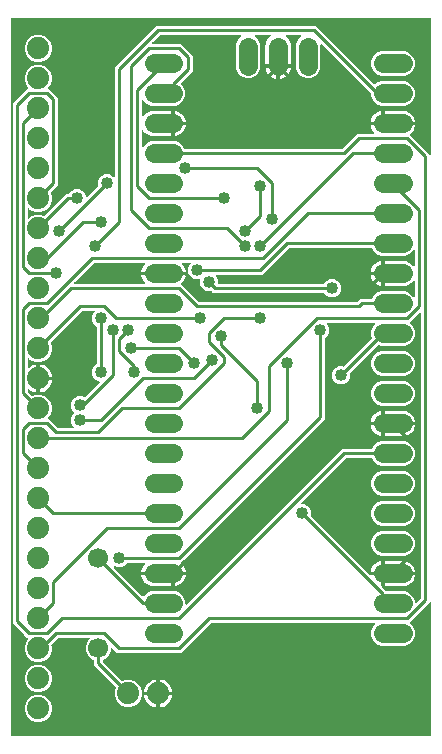
<source format=gtl>
G04 EAGLE Gerber RS-274X export*
G75*
%MOMM*%
%FSLAX34Y34*%
%LPD*%
%INTop Copper*%
%IPPOS*%
%AMOC8*
5,1,8,0,0,1.08239X$1,22.5*%
G01*
%ADD10C,1.700000*%
%ADD11C,1.879600*%
%ADD12C,1.650000*%
%ADD13C,0.254000*%
%ADD14C,1.016000*%

G36*
X357526Y2036D02*
X357526Y2036D01*
X357545Y2034D01*
X357647Y2056D01*
X357749Y2072D01*
X357766Y2082D01*
X357786Y2086D01*
X357875Y2139D01*
X357966Y2188D01*
X357980Y2202D01*
X357997Y2212D01*
X358064Y2291D01*
X358136Y2366D01*
X358144Y2384D01*
X358157Y2399D01*
X358196Y2495D01*
X358239Y2589D01*
X358241Y2609D01*
X358249Y2627D01*
X358267Y2794D01*
X358267Y114820D01*
X358256Y114891D01*
X358254Y114963D01*
X358236Y115012D01*
X358228Y115063D01*
X358194Y115126D01*
X358169Y115194D01*
X358137Y115234D01*
X358112Y115280D01*
X358060Y115330D01*
X358016Y115386D01*
X357972Y115414D01*
X357934Y115450D01*
X357869Y115480D01*
X357809Y115519D01*
X357758Y115531D01*
X357711Y115553D01*
X357640Y115561D01*
X357570Y115579D01*
X357518Y115575D01*
X357467Y115580D01*
X357396Y115565D01*
X357325Y115560D01*
X357277Y115539D01*
X357226Y115528D01*
X357165Y115491D01*
X357099Y115463D01*
X357043Y115419D01*
X357015Y115402D01*
X357000Y115384D01*
X356968Y115359D01*
X341854Y100244D01*
X340064Y98455D01*
X340052Y98439D01*
X340037Y98426D01*
X339981Y98339D01*
X339920Y98255D01*
X339914Y98236D01*
X339904Y98219D01*
X339878Y98119D01*
X339848Y98020D01*
X339848Y98000D01*
X339844Y97981D01*
X339852Y97878D01*
X339854Y97774D01*
X339861Y97755D01*
X339863Y97735D01*
X339903Y97640D01*
X339939Y97543D01*
X339951Y97527D01*
X339959Y97509D01*
X340064Y97378D01*
X342717Y94725D01*
X344283Y90945D01*
X344283Y86855D01*
X342717Y83075D01*
X339825Y80183D01*
X336045Y78617D01*
X315455Y78617D01*
X311675Y80183D01*
X308783Y83075D01*
X307217Y86855D01*
X307217Y90945D01*
X308783Y94725D01*
X310548Y96490D01*
X310590Y96548D01*
X310639Y96600D01*
X310661Y96647D01*
X310691Y96689D01*
X310712Y96758D01*
X310743Y96823D01*
X310748Y96875D01*
X310764Y96925D01*
X310762Y96996D01*
X310770Y97067D01*
X310759Y97118D01*
X310757Y97170D01*
X310733Y97238D01*
X310717Y97308D01*
X310691Y97353D01*
X310673Y97401D01*
X310628Y97457D01*
X310591Y97519D01*
X310552Y97553D01*
X310519Y97593D01*
X310459Y97632D01*
X310404Y97679D01*
X310356Y97698D01*
X310312Y97726D01*
X310243Y97744D01*
X310176Y97771D01*
X310105Y97779D01*
X310074Y97787D01*
X310050Y97785D01*
X310009Y97789D01*
X172074Y97789D01*
X171984Y97775D01*
X171893Y97767D01*
X171863Y97755D01*
X171831Y97750D01*
X171750Y97707D01*
X171666Y97671D01*
X171634Y97645D01*
X171614Y97634D01*
X171591Y97611D01*
X171536Y97566D01*
X146358Y72389D01*
X92402Y72389D01*
X88032Y76759D01*
X87974Y76800D01*
X87922Y76850D01*
X87875Y76872D01*
X87833Y76902D01*
X87764Y76923D01*
X87699Y76953D01*
X87647Y76959D01*
X87597Y76974D01*
X87526Y76973D01*
X87455Y76980D01*
X87404Y76969D01*
X87352Y76968D01*
X87284Y76943D01*
X87214Y76928D01*
X87169Y76902D01*
X87121Y76884D01*
X87065Y76839D01*
X87003Y76802D01*
X86969Y76762D01*
X86929Y76730D01*
X86890Y76670D01*
X86843Y76615D01*
X86824Y76567D01*
X86796Y76523D01*
X86778Y76454D01*
X86751Y76387D01*
X86743Y76316D01*
X86735Y76284D01*
X86737Y76261D01*
X86733Y76220D01*
X86733Y74105D01*
X85129Y70234D01*
X82166Y67271D01*
X80481Y66573D01*
X80381Y66511D01*
X80281Y66451D01*
X80277Y66446D01*
X80272Y66443D01*
X80197Y66352D01*
X80121Y66264D01*
X80119Y66258D01*
X80115Y66253D01*
X80073Y66145D01*
X80029Y66036D01*
X80028Y66028D01*
X80027Y66024D01*
X80026Y66006D01*
X80011Y65869D01*
X80011Y65394D01*
X80025Y65304D01*
X80033Y65213D01*
X80045Y65183D01*
X80050Y65151D01*
X80093Y65070D01*
X80129Y64986D01*
X80155Y64954D01*
X80166Y64934D01*
X80189Y64911D01*
X80234Y64856D01*
X96302Y48787D01*
X96396Y48719D01*
X96491Y48649D01*
X96497Y48647D01*
X96502Y48643D01*
X96613Y48609D01*
X96725Y48573D01*
X96731Y48573D01*
X96737Y48571D01*
X96854Y48574D01*
X96971Y48575D01*
X96978Y48577D01*
X96983Y48577D01*
X97000Y48584D01*
X97132Y48622D01*
X99326Y49531D01*
X103874Y49531D01*
X108075Y47790D01*
X111290Y44575D01*
X113031Y40374D01*
X113031Y35826D01*
X111290Y31625D01*
X108075Y28410D01*
X103874Y26669D01*
X99326Y26669D01*
X95125Y28410D01*
X91910Y31625D01*
X90169Y35826D01*
X90169Y40374D01*
X91078Y42568D01*
X91105Y42682D01*
X91133Y42795D01*
X91133Y42801D01*
X91134Y42808D01*
X91123Y42924D01*
X91114Y43040D01*
X91112Y43046D01*
X91111Y43052D01*
X91063Y43160D01*
X91018Y43267D01*
X91013Y43273D01*
X91011Y43277D01*
X90999Y43291D01*
X90913Y43398D01*
X72389Y61922D01*
X72389Y65869D01*
X72370Y65984D01*
X72353Y66100D01*
X72351Y66106D01*
X72350Y66112D01*
X72295Y66215D01*
X72242Y66319D01*
X72237Y66324D01*
X72234Y66329D01*
X72150Y66409D01*
X72066Y66492D01*
X72060Y66495D01*
X72056Y66499D01*
X72039Y66507D01*
X71919Y66573D01*
X70234Y67271D01*
X67271Y70234D01*
X65667Y74105D01*
X65667Y78295D01*
X67271Y82166D01*
X68894Y83790D01*
X68936Y83848D01*
X68985Y83900D01*
X69007Y83947D01*
X69038Y83989D01*
X69059Y84058D01*
X69089Y84123D01*
X69095Y84175D01*
X69110Y84225D01*
X69108Y84296D01*
X69116Y84367D01*
X69105Y84418D01*
X69104Y84470D01*
X69079Y84538D01*
X69064Y84608D01*
X69037Y84653D01*
X69019Y84701D01*
X68974Y84757D01*
X68938Y84819D01*
X68898Y84853D01*
X68866Y84893D01*
X68805Y84932D01*
X68751Y84979D01*
X68702Y84998D01*
X68659Y85026D01*
X68589Y85044D01*
X68523Y85071D01*
X68451Y85079D01*
X68420Y85087D01*
X68397Y85085D01*
X68356Y85089D01*
X42534Y85089D01*
X42444Y85075D01*
X42353Y85067D01*
X42323Y85055D01*
X42291Y85050D01*
X42210Y85007D01*
X42126Y84971D01*
X42094Y84945D01*
X42074Y84934D01*
X42051Y84911D01*
X41996Y84866D01*
X36831Y79702D01*
X36763Y79607D01*
X36693Y79513D01*
X36691Y79507D01*
X36687Y79502D01*
X36653Y79390D01*
X36617Y79279D01*
X36617Y79273D01*
X36615Y79267D01*
X36618Y79150D01*
X36619Y79033D01*
X36621Y79026D01*
X36621Y79021D01*
X36628Y79004D01*
X36666Y78872D01*
X36831Y78474D01*
X36831Y73926D01*
X35090Y69725D01*
X31875Y66510D01*
X27674Y64769D01*
X23126Y64769D01*
X18925Y66510D01*
X15710Y69725D01*
X13969Y73926D01*
X13969Y78474D01*
X15710Y82675D01*
X16824Y83790D01*
X16866Y83848D01*
X16915Y83900D01*
X16937Y83947D01*
X16968Y83989D01*
X16989Y84058D01*
X17019Y84123D01*
X17025Y84175D01*
X17040Y84225D01*
X17038Y84296D01*
X17046Y84367D01*
X17035Y84418D01*
X17034Y84470D01*
X17009Y84538D01*
X16994Y84608D01*
X16967Y84653D01*
X16949Y84701D01*
X16904Y84757D01*
X16868Y84819D01*
X16828Y84853D01*
X16796Y84893D01*
X16735Y84932D01*
X16681Y84979D01*
X16633Y84998D01*
X16589Y85026D01*
X16519Y85044D01*
X16453Y85071D01*
X16381Y85079D01*
X16350Y85087D01*
X16327Y85085D01*
X16286Y85089D01*
X16202Y85089D01*
X13746Y87544D01*
X13746Y87545D01*
X6265Y95026D01*
X6264Y95026D01*
X3809Y97482D01*
X3809Y537518D01*
X16202Y549911D01*
X16286Y549911D01*
X16357Y549922D01*
X16428Y549924D01*
X16477Y549942D01*
X16529Y549950D01*
X16592Y549984D01*
X16659Y550009D01*
X16700Y550041D01*
X16746Y550066D01*
X16795Y550118D01*
X16851Y550162D01*
X16880Y550206D01*
X16915Y550244D01*
X16946Y550309D01*
X16984Y550369D01*
X16997Y550420D01*
X17019Y550467D01*
X17027Y550538D01*
X17045Y550608D01*
X17040Y550660D01*
X17046Y550711D01*
X17031Y550782D01*
X17025Y550853D01*
X17005Y550901D01*
X16994Y550952D01*
X16957Y551013D01*
X16929Y551079D01*
X16884Y551135D01*
X16868Y551163D01*
X16850Y551178D01*
X16824Y551210D01*
X15710Y552325D01*
X13969Y556526D01*
X13969Y561074D01*
X15710Y565275D01*
X18925Y568490D01*
X23126Y570231D01*
X27674Y570231D01*
X31875Y568490D01*
X35090Y565275D01*
X36831Y561074D01*
X36831Y556526D01*
X35090Y552325D01*
X33976Y551210D01*
X33934Y551152D01*
X33885Y551100D01*
X33863Y551053D01*
X33832Y551011D01*
X33811Y550942D01*
X33781Y550877D01*
X33775Y550825D01*
X33760Y550775D01*
X33762Y550704D01*
X33754Y550633D01*
X33765Y550582D01*
X33766Y550530D01*
X33791Y550462D01*
X33806Y550392D01*
X33833Y550347D01*
X33851Y550299D01*
X33896Y550243D01*
X33932Y550181D01*
X33972Y550147D01*
X34004Y550107D01*
X34065Y550068D01*
X34119Y550021D01*
X34167Y550002D01*
X34211Y549974D01*
X34281Y549956D01*
X34347Y549929D01*
X34419Y549921D01*
X34450Y549913D01*
X34473Y549915D01*
X34514Y549911D01*
X34598Y549911D01*
X41911Y542598D01*
X41911Y468322D01*
X36087Y462498D01*
X36019Y462403D01*
X35949Y462309D01*
X35947Y462303D01*
X35943Y462298D01*
X35909Y462187D01*
X35873Y462075D01*
X35873Y462069D01*
X35871Y462063D01*
X35874Y461946D01*
X35875Y461829D01*
X35877Y461822D01*
X35877Y461817D01*
X35884Y461800D01*
X35922Y461668D01*
X36831Y459474D01*
X36831Y454926D01*
X35090Y450725D01*
X31875Y447510D01*
X27674Y445769D01*
X23126Y445769D01*
X18925Y447510D01*
X17810Y448624D01*
X17752Y448666D01*
X17700Y448715D01*
X17653Y448737D01*
X17611Y448768D01*
X17542Y448789D01*
X17477Y448819D01*
X17425Y448825D01*
X17375Y448840D01*
X17304Y448838D01*
X17233Y448846D01*
X17182Y448835D01*
X17130Y448834D01*
X17062Y448809D01*
X16992Y448794D01*
X16947Y448767D01*
X16899Y448749D01*
X16843Y448704D01*
X16781Y448668D01*
X16747Y448628D01*
X16707Y448596D01*
X16668Y448535D01*
X16621Y448481D01*
X16602Y448433D01*
X16574Y448389D01*
X16556Y448319D01*
X16529Y448253D01*
X16521Y448181D01*
X16513Y448150D01*
X16515Y448127D01*
X16511Y448086D01*
X16511Y440914D01*
X16522Y440843D01*
X16524Y440772D01*
X16542Y440723D01*
X16550Y440671D01*
X16584Y440608D01*
X16609Y440541D01*
X16641Y440500D01*
X16666Y440454D01*
X16718Y440405D01*
X16762Y440349D01*
X16806Y440320D01*
X16844Y440285D01*
X16909Y440254D01*
X16969Y440216D01*
X17020Y440203D01*
X17067Y440181D01*
X17138Y440173D01*
X17208Y440155D01*
X17260Y440160D01*
X17311Y440154D01*
X17382Y440169D01*
X17453Y440175D01*
X17501Y440195D01*
X17552Y440206D01*
X17613Y440243D01*
X17679Y440271D01*
X17735Y440316D01*
X17763Y440332D01*
X17778Y440350D01*
X17810Y440376D01*
X18925Y441490D01*
X23126Y443231D01*
X27674Y443231D01*
X29868Y442322D01*
X29982Y442295D01*
X30095Y442267D01*
X30101Y442267D01*
X30108Y442266D01*
X30224Y442277D01*
X30340Y442286D01*
X30346Y442288D01*
X30352Y442289D01*
X30460Y442337D01*
X30567Y442382D01*
X30573Y442387D01*
X30577Y442389D01*
X30591Y442401D01*
X30698Y442487D01*
X49222Y461011D01*
X51241Y461011D01*
X51356Y461029D01*
X51472Y461047D01*
X51478Y461049D01*
X51484Y461050D01*
X51587Y461105D01*
X51691Y461158D01*
X51696Y461163D01*
X51701Y461166D01*
X51781Y461250D01*
X51864Y461334D01*
X51867Y461340D01*
X51871Y461344D01*
X51879Y461361D01*
X51945Y461481D01*
X51959Y461517D01*
X54103Y463661D01*
X56904Y464821D01*
X59936Y464821D01*
X62737Y463661D01*
X64881Y461517D01*
X65958Y458916D01*
X65982Y458877D01*
X65998Y458834D01*
X66047Y458773D01*
X66088Y458707D01*
X66123Y458677D01*
X66152Y458642D01*
X66217Y458599D01*
X66277Y458550D01*
X66320Y458533D01*
X66358Y458509D01*
X66434Y458490D01*
X66507Y458462D01*
X66552Y458460D01*
X66597Y458448D01*
X66675Y458455D01*
X66752Y458451D01*
X66797Y458464D01*
X66842Y458468D01*
X66914Y458498D01*
X66989Y458520D01*
X67026Y458546D01*
X67069Y458564D01*
X67175Y458649D01*
X67191Y458660D01*
X67194Y458664D01*
X67200Y458669D01*
X76049Y467518D01*
X76117Y467613D01*
X76187Y467707D01*
X76189Y467713D01*
X76193Y467718D01*
X76227Y467830D01*
X76263Y467941D01*
X76263Y467947D01*
X76265Y467953D01*
X76262Y468070D01*
X76261Y468187D01*
X76259Y468194D01*
X76259Y468199D01*
X76252Y468217D01*
X76214Y468348D01*
X76199Y468384D01*
X76199Y471416D01*
X77359Y474217D01*
X79503Y476361D01*
X82304Y477521D01*
X85336Y477521D01*
X88137Y476361D01*
X88870Y475628D01*
X88928Y475586D01*
X88980Y475536D01*
X89027Y475514D01*
X89069Y475484D01*
X89138Y475463D01*
X89203Y475433D01*
X89255Y475427D01*
X89305Y475412D01*
X89376Y475414D01*
X89447Y475406D01*
X89498Y475417D01*
X89550Y475418D01*
X89618Y475443D01*
X89688Y475458D01*
X89733Y475485D01*
X89781Y475502D01*
X89837Y475547D01*
X89899Y475584D01*
X89933Y475624D01*
X89973Y475656D01*
X90012Y475716D01*
X90059Y475771D01*
X90078Y475819D01*
X90106Y475863D01*
X90124Y475933D01*
X90151Y475999D01*
X90159Y476070D01*
X90167Y476102D01*
X90165Y476125D01*
X90169Y476166D01*
X90169Y567998D01*
X125422Y603251D01*
X260658Y603251D01*
X263114Y600796D01*
X309845Y554064D01*
X309861Y554052D01*
X309874Y554037D01*
X309961Y553981D01*
X310045Y553920D01*
X310064Y553914D01*
X310081Y553904D01*
X310181Y553878D01*
X310280Y553848D01*
X310300Y553848D01*
X310319Y553844D01*
X310422Y553852D01*
X310526Y553854D01*
X310545Y553861D01*
X310565Y553863D01*
X310660Y553903D01*
X310757Y553939D01*
X310773Y553951D01*
X310791Y553959D01*
X310922Y554064D01*
X311675Y554817D01*
X315455Y556383D01*
X336045Y556383D01*
X339825Y554817D01*
X342717Y551925D01*
X344283Y548145D01*
X344283Y544055D01*
X342717Y540275D01*
X339825Y537383D01*
X336045Y535817D01*
X315455Y535817D01*
X311675Y537383D01*
X308783Y540275D01*
X307217Y544055D01*
X307217Y545598D01*
X307216Y545605D01*
X307203Y545688D01*
X307195Y545779D01*
X307183Y545809D01*
X307178Y545841D01*
X307135Y545922D01*
X307099Y546006D01*
X307073Y546038D01*
X307062Y546058D01*
X307039Y546081D01*
X306994Y546136D01*
X265582Y587549D01*
X265524Y587590D01*
X265472Y587640D01*
X265425Y587662D01*
X265383Y587692D01*
X265314Y587713D01*
X265249Y587743D01*
X265197Y587749D01*
X265147Y587764D01*
X265076Y587763D01*
X265005Y587770D01*
X264954Y587759D01*
X264902Y587758D01*
X264834Y587733D01*
X264764Y587718D01*
X264719Y587692D01*
X264671Y587674D01*
X264615Y587629D01*
X264553Y587592D01*
X264519Y587552D01*
X264479Y587520D01*
X264440Y587460D01*
X264393Y587405D01*
X264374Y587357D01*
X264346Y587313D01*
X264328Y587244D01*
X264301Y587177D01*
X264293Y587106D01*
X264285Y587074D01*
X264287Y587051D01*
X264283Y587010D01*
X264283Y567155D01*
X262717Y563375D01*
X259825Y560483D01*
X256045Y558917D01*
X251955Y558917D01*
X248175Y560483D01*
X245283Y563375D01*
X243717Y567155D01*
X243717Y587745D01*
X245283Y591525D01*
X248088Y594330D01*
X248130Y594388D01*
X248179Y594440D01*
X248201Y594487D01*
X248231Y594529D01*
X248252Y594598D01*
X248283Y594663D01*
X248288Y594715D01*
X248304Y594765D01*
X248302Y594836D01*
X248310Y594907D01*
X248299Y594958D01*
X248297Y595010D01*
X248273Y595078D01*
X248257Y595148D01*
X248231Y595193D01*
X248213Y595241D01*
X248168Y595297D01*
X248131Y595359D01*
X248092Y595393D01*
X248059Y595433D01*
X247999Y595472D01*
X247944Y595519D01*
X247896Y595538D01*
X247852Y595566D01*
X247783Y595584D01*
X247716Y595611D01*
X247645Y595619D01*
X247614Y595627D01*
X247590Y595625D01*
X247549Y595629D01*
X235635Y595629D01*
X235627Y595628D01*
X235619Y595629D01*
X235505Y595608D01*
X235392Y595590D01*
X235385Y595586D01*
X235377Y595584D01*
X235276Y595528D01*
X235175Y595474D01*
X235169Y595469D01*
X235162Y595465D01*
X235084Y595380D01*
X235005Y595296D01*
X235002Y595289D01*
X234996Y595283D01*
X234950Y595178D01*
X234902Y595073D01*
X234901Y595065D01*
X234897Y595058D01*
X234887Y594943D01*
X234874Y594829D01*
X234876Y594821D01*
X234875Y594813D01*
X234902Y594700D01*
X234927Y594588D01*
X234931Y594581D01*
X234933Y594574D01*
X234994Y594476D01*
X235053Y594377D01*
X235059Y594372D01*
X235063Y594365D01*
X235187Y594252D01*
X235630Y593931D01*
X236831Y592730D01*
X237829Y591355D01*
X238600Y589842D01*
X239125Y588227D01*
X239391Y586549D01*
X239391Y570723D01*
X229362Y570723D01*
X229342Y570720D01*
X229323Y570722D01*
X229221Y570700D01*
X229119Y570683D01*
X229102Y570674D01*
X229082Y570670D01*
X228993Y570617D01*
X228902Y570568D01*
X228888Y570554D01*
X228871Y570544D01*
X228804Y570465D01*
X228733Y570390D01*
X228724Y570372D01*
X228711Y570357D01*
X228673Y570261D01*
X228629Y570167D01*
X228627Y570147D01*
X228619Y570129D01*
X228601Y569962D01*
X228601Y569199D01*
X228599Y569199D01*
X228599Y569962D01*
X228596Y569982D01*
X228598Y570001D01*
X228576Y570103D01*
X228559Y570205D01*
X228550Y570222D01*
X228546Y570242D01*
X228493Y570331D01*
X228444Y570422D01*
X228430Y570436D01*
X228420Y570453D01*
X228341Y570520D01*
X228266Y570591D01*
X228248Y570600D01*
X228233Y570613D01*
X228137Y570652D01*
X228043Y570695D01*
X228023Y570697D01*
X228005Y570705D01*
X227838Y570723D01*
X217809Y570723D01*
X217809Y586549D01*
X218075Y588227D01*
X218600Y589842D01*
X219371Y591355D01*
X220369Y592730D01*
X221570Y593931D01*
X222013Y594252D01*
X222018Y594258D01*
X222025Y594262D01*
X222104Y594345D01*
X222186Y594427D01*
X222189Y594434D01*
X222195Y594440D01*
X222243Y594544D01*
X222294Y594648D01*
X222295Y594656D01*
X222298Y594663D01*
X222311Y594777D01*
X222326Y594892D01*
X222325Y594900D01*
X222326Y594907D01*
X222301Y595020D01*
X222279Y595133D01*
X222275Y595140D01*
X222273Y595148D01*
X222214Y595247D01*
X222157Y595347D01*
X222151Y595352D01*
X222147Y595359D01*
X222060Y595433D01*
X221974Y595511D01*
X221966Y595514D01*
X221960Y595519D01*
X221853Y595562D01*
X221747Y595607D01*
X221739Y595608D01*
X221732Y595611D01*
X221565Y595629D01*
X209651Y595629D01*
X209580Y595618D01*
X209508Y595616D01*
X209459Y595598D01*
X209408Y595590D01*
X209344Y595556D01*
X209277Y595531D01*
X209236Y595499D01*
X209190Y595474D01*
X209141Y595422D01*
X209085Y595378D01*
X209057Y595334D01*
X209021Y595296D01*
X208991Y595231D01*
X208952Y595171D01*
X208939Y595120D01*
X208917Y595073D01*
X208909Y595002D01*
X208892Y594932D01*
X208896Y594880D01*
X208890Y594829D01*
X208906Y594758D01*
X208911Y594687D01*
X208931Y594639D01*
X208943Y594588D01*
X208979Y594527D01*
X209007Y594461D01*
X209052Y594405D01*
X209069Y594377D01*
X209087Y594362D01*
X209112Y594330D01*
X211917Y591525D01*
X213483Y587745D01*
X213483Y567155D01*
X211917Y563375D01*
X209025Y560483D01*
X205245Y558917D01*
X201155Y558917D01*
X197375Y560483D01*
X194483Y563375D01*
X192917Y567155D01*
X192917Y587745D01*
X194483Y591525D01*
X197288Y594330D01*
X197330Y594388D01*
X197379Y594440D01*
X197401Y594487D01*
X197431Y594529D01*
X197452Y594598D01*
X197483Y594663D01*
X197488Y594715D01*
X197504Y594765D01*
X197502Y594836D01*
X197510Y594907D01*
X197499Y594958D01*
X197497Y595010D01*
X197473Y595078D01*
X197457Y595148D01*
X197431Y595193D01*
X197413Y595241D01*
X197368Y595297D01*
X197331Y595359D01*
X197292Y595393D01*
X197259Y595433D01*
X197199Y595472D01*
X197144Y595519D01*
X197096Y595538D01*
X197052Y595566D01*
X196983Y595584D01*
X196916Y595611D01*
X196845Y595619D01*
X196814Y595627D01*
X196790Y595625D01*
X196749Y595629D01*
X128894Y595629D01*
X128804Y595615D01*
X128713Y595607D01*
X128683Y595595D01*
X128651Y595590D01*
X128570Y595547D01*
X128486Y595511D01*
X128454Y595485D01*
X128434Y595474D01*
X128411Y595451D01*
X128356Y595406D01*
X122259Y589310D01*
X122218Y589252D01*
X122168Y589200D01*
X122146Y589153D01*
X122116Y589111D01*
X122095Y589042D01*
X122065Y588977D01*
X122059Y588925D01*
X122044Y588875D01*
X122045Y588804D01*
X122038Y588733D01*
X122049Y588682D01*
X122050Y588630D01*
X122075Y588562D01*
X122090Y588492D01*
X122116Y588447D01*
X122134Y588399D01*
X122179Y588343D01*
X122216Y588281D01*
X122256Y588247D01*
X122288Y588207D01*
X122348Y588168D01*
X122403Y588121D01*
X122451Y588102D01*
X122495Y588074D01*
X122564Y588056D01*
X122631Y588029D01*
X122702Y588021D01*
X122734Y588013D01*
X122757Y588015D01*
X122798Y588011D01*
X146358Y588011D01*
X156211Y578158D01*
X156211Y564842D01*
X153756Y562386D01*
X146394Y555025D01*
X146382Y555009D01*
X146367Y554996D01*
X146311Y554909D01*
X146250Y554825D01*
X146244Y554806D01*
X146234Y554789D01*
X146208Y554689D01*
X146178Y554590D01*
X146178Y554570D01*
X146174Y554551D01*
X146182Y554448D01*
X146184Y554344D01*
X146191Y554325D01*
X146193Y554305D01*
X146233Y554210D01*
X146269Y554113D01*
X146281Y554097D01*
X146289Y554079D01*
X146394Y553948D01*
X148417Y551925D01*
X149983Y548145D01*
X149983Y544055D01*
X148417Y540275D01*
X145525Y537383D01*
X141745Y535817D01*
X121155Y535817D01*
X117375Y537383D01*
X114466Y540292D01*
X114444Y540328D01*
X114398Y540414D01*
X114380Y540432D01*
X114366Y540454D01*
X114291Y540516D01*
X114220Y540583D01*
X114196Y540594D01*
X114176Y540611D01*
X114085Y540646D01*
X113997Y540687D01*
X113971Y540690D01*
X113947Y540699D01*
X113849Y540703D01*
X113753Y540714D01*
X113727Y540708D01*
X113701Y540709D01*
X113608Y540682D01*
X113512Y540662D01*
X113490Y540648D01*
X113465Y540641D01*
X113385Y540585D01*
X113301Y540535D01*
X113284Y540516D01*
X113263Y540501D01*
X113205Y540423D01*
X113141Y540349D01*
X113131Y540324D01*
X113116Y540303D01*
X113086Y540211D01*
X113049Y540120D01*
X113046Y540088D01*
X113040Y540070D01*
X113040Y540037D01*
X113031Y539954D01*
X113031Y527404D01*
X113032Y527396D01*
X113031Y527389D01*
X113052Y527275D01*
X113070Y527162D01*
X113074Y527155D01*
X113076Y527147D01*
X113132Y527046D01*
X113186Y526944D01*
X113191Y526939D01*
X113195Y526932D01*
X113281Y526854D01*
X113364Y526775D01*
X113371Y526771D01*
X113377Y526766D01*
X113483Y526720D01*
X113587Y526671D01*
X113595Y526670D01*
X113602Y526667D01*
X113717Y526657D01*
X113831Y526644D01*
X113839Y526646D01*
X113847Y526645D01*
X113959Y526672D01*
X114072Y526696D01*
X114079Y526701D01*
X114086Y526702D01*
X114184Y526764D01*
X114283Y526823D01*
X114288Y526829D01*
X114295Y526833D01*
X114408Y526957D01*
X114969Y527730D01*
X116170Y528931D01*
X117545Y529929D01*
X119058Y530700D01*
X120673Y531225D01*
X122351Y531491D01*
X138177Y531491D01*
X138177Y521462D01*
X138180Y521442D01*
X138178Y521423D01*
X138200Y521321D01*
X138217Y521219D01*
X138226Y521202D01*
X138230Y521182D01*
X138283Y521093D01*
X138332Y521002D01*
X138346Y520988D01*
X138356Y520971D01*
X138435Y520904D01*
X138510Y520833D01*
X138528Y520824D01*
X138543Y520811D01*
X138639Y520773D01*
X138733Y520729D01*
X138753Y520727D01*
X138771Y520719D01*
X138938Y520701D01*
X139701Y520701D01*
X139701Y520699D01*
X138938Y520699D01*
X138918Y520696D01*
X138899Y520698D01*
X138797Y520676D01*
X138695Y520659D01*
X138678Y520650D01*
X138658Y520646D01*
X138569Y520593D01*
X138478Y520544D01*
X138464Y520530D01*
X138447Y520520D01*
X138380Y520441D01*
X138309Y520366D01*
X138300Y520348D01*
X138287Y520333D01*
X138248Y520237D01*
X138205Y520143D01*
X138203Y520123D01*
X138195Y520105D01*
X138177Y519938D01*
X138177Y509909D01*
X122351Y509909D01*
X120673Y510175D01*
X119058Y510700D01*
X117545Y511471D01*
X116170Y512469D01*
X114969Y513670D01*
X114408Y514443D01*
X114402Y514449D01*
X114398Y514456D01*
X114315Y514535D01*
X114233Y514616D01*
X114226Y514620D01*
X114220Y514625D01*
X114116Y514674D01*
X114012Y514724D01*
X114004Y514725D01*
X113997Y514729D01*
X113883Y514741D01*
X113768Y514757D01*
X113760Y514755D01*
X113753Y514756D01*
X113640Y514731D01*
X113527Y514709D01*
X113520Y514705D01*
X113512Y514704D01*
X113414Y514645D01*
X113313Y514587D01*
X113308Y514581D01*
X113301Y514577D01*
X113226Y514490D01*
X113149Y514404D01*
X113146Y514397D01*
X113141Y514391D01*
X113098Y514283D01*
X113053Y514178D01*
X113052Y514170D01*
X113049Y514162D01*
X113031Y513996D01*
X113031Y501446D01*
X113046Y501350D01*
X113056Y501253D01*
X113066Y501229D01*
X113070Y501204D01*
X113116Y501117D01*
X113156Y501028D01*
X113173Y501009D01*
X113186Y500986D01*
X113256Y500919D01*
X113322Y500847D01*
X113345Y500835D01*
X113364Y500817D01*
X113452Y500776D01*
X113538Y500729D01*
X113563Y500724D01*
X113587Y500713D01*
X113684Y500702D01*
X113780Y500685D01*
X113806Y500689D01*
X113831Y500686D01*
X113927Y500707D01*
X114023Y500721D01*
X114046Y500733D01*
X114072Y500738D01*
X114156Y500788D01*
X114242Y500833D01*
X114261Y500851D01*
X114283Y500865D01*
X114346Y500939D01*
X114415Y501008D01*
X114430Y501037D01*
X114443Y501051D01*
X114455Y501082D01*
X114474Y501116D01*
X117375Y504017D01*
X121155Y505583D01*
X141745Y505583D01*
X145525Y504017D01*
X148417Y501125D01*
X149057Y499581D01*
X149118Y499481D01*
X149178Y499381D01*
X149183Y499377D01*
X149186Y499372D01*
X149277Y499297D01*
X149365Y499221D01*
X149371Y499219D01*
X149376Y499215D01*
X149484Y499173D01*
X149593Y499129D01*
X149601Y499128D01*
X149606Y499127D01*
X149624Y499126D01*
X149760Y499111D01*
X282586Y499111D01*
X282676Y499125D01*
X282767Y499133D01*
X282797Y499145D01*
X282829Y499150D01*
X282910Y499193D01*
X282994Y499229D01*
X283026Y499255D01*
X283046Y499266D01*
X283063Y499283D01*
X283065Y499284D01*
X283072Y499292D01*
X283124Y499334D01*
X295602Y511811D01*
X309291Y511811D01*
X309362Y511822D01*
X309434Y511824D01*
X309482Y511842D01*
X309534Y511850D01*
X309597Y511884D01*
X309665Y511909D01*
X309705Y511941D01*
X309751Y511966D01*
X309801Y512017D01*
X309857Y512062D01*
X309885Y512106D01*
X309921Y512144D01*
X309951Y512209D01*
X309990Y512269D01*
X310002Y512320D01*
X310024Y512367D01*
X310032Y512438D01*
X310050Y512508D01*
X310046Y512560D01*
X310051Y512611D01*
X310036Y512682D01*
X310030Y512753D01*
X310010Y512801D01*
X309999Y512852D01*
X309962Y512913D01*
X309934Y512979D01*
X309889Y513035D01*
X309873Y513063D01*
X309855Y513078D01*
X309829Y513110D01*
X309269Y513670D01*
X308271Y515045D01*
X307500Y516558D01*
X306975Y518173D01*
X306816Y519177D01*
X316738Y519177D01*
X316758Y519180D01*
X316777Y519178D01*
X316879Y519200D01*
X316981Y519217D01*
X316998Y519226D01*
X317018Y519230D01*
X317107Y519283D01*
X317198Y519332D01*
X317212Y519346D01*
X317229Y519356D01*
X317296Y519435D01*
X317367Y519510D01*
X317376Y519528D01*
X317389Y519543D01*
X317427Y519639D01*
X317471Y519733D01*
X317473Y519753D01*
X317481Y519771D01*
X317499Y519938D01*
X317499Y520701D01*
X317501Y520701D01*
X317501Y519938D01*
X317504Y519918D01*
X317502Y519899D01*
X317524Y519797D01*
X317541Y519695D01*
X317550Y519678D01*
X317554Y519658D01*
X317607Y519569D01*
X317656Y519478D01*
X317670Y519464D01*
X317680Y519447D01*
X317759Y519380D01*
X317834Y519309D01*
X317852Y519300D01*
X317867Y519287D01*
X317963Y519248D01*
X318057Y519205D01*
X318077Y519203D01*
X318095Y519195D01*
X318262Y519177D01*
X344684Y519177D01*
X344525Y518173D01*
X344000Y516558D01*
X343229Y515045D01*
X342231Y513670D01*
X341030Y512469D01*
X340425Y512030D01*
X340369Y511973D01*
X340307Y511923D01*
X340283Y511886D01*
X340252Y511855D01*
X340217Y511783D01*
X340174Y511717D01*
X340163Y511674D01*
X340143Y511634D01*
X340133Y511555D01*
X340113Y511478D01*
X340117Y511434D01*
X340111Y511390D01*
X340126Y511312D01*
X340133Y511233D01*
X340150Y511192D01*
X340158Y511149D01*
X340198Y511079D01*
X340229Y511006D01*
X340265Y510961D01*
X340280Y510935D01*
X340301Y510916D01*
X340334Y510875D01*
X354416Y496794D01*
X356968Y494241D01*
X357026Y494200D01*
X357078Y494150D01*
X357125Y494128D01*
X357167Y494098D01*
X357236Y494077D01*
X357301Y494047D01*
X357353Y494041D01*
X357403Y494026D01*
X357474Y494027D01*
X357545Y494020D01*
X357596Y494031D01*
X357648Y494032D01*
X357716Y494057D01*
X357786Y494072D01*
X357831Y494098D01*
X357879Y494116D01*
X357935Y494161D01*
X357997Y494198D01*
X358031Y494238D01*
X358071Y494270D01*
X358110Y494330D01*
X358157Y494385D01*
X358176Y494433D01*
X358204Y494477D01*
X358222Y494546D01*
X358249Y494613D01*
X358257Y494684D01*
X358265Y494716D01*
X358263Y494739D01*
X358267Y494780D01*
X358267Y609206D01*
X358264Y609226D01*
X358266Y609245D01*
X358244Y609347D01*
X358228Y609449D01*
X358218Y609466D01*
X358214Y609486D01*
X358161Y609575D01*
X358112Y609666D01*
X358098Y609680D01*
X358088Y609697D01*
X358009Y609764D01*
X357934Y609836D01*
X357916Y609844D01*
X357901Y609857D01*
X357805Y609896D01*
X357711Y609939D01*
X357691Y609941D01*
X357673Y609949D01*
X357506Y609967D01*
X2794Y609967D01*
X2774Y609964D01*
X2755Y609966D01*
X2653Y609944D01*
X2551Y609928D01*
X2534Y609918D01*
X2514Y609914D01*
X2425Y609861D01*
X2334Y609812D01*
X2320Y609798D01*
X2303Y609788D01*
X2236Y609709D01*
X2164Y609634D01*
X2156Y609616D01*
X2143Y609601D01*
X2104Y609505D01*
X2061Y609411D01*
X2059Y609391D01*
X2051Y609373D01*
X2033Y609206D01*
X2033Y2794D01*
X2036Y2774D01*
X2034Y2755D01*
X2056Y2653D01*
X2072Y2551D01*
X2082Y2534D01*
X2086Y2514D01*
X2139Y2425D01*
X2188Y2334D01*
X2202Y2320D01*
X2212Y2303D01*
X2291Y2236D01*
X2366Y2164D01*
X2384Y2156D01*
X2399Y2143D01*
X2495Y2104D01*
X2589Y2061D01*
X2609Y2059D01*
X2627Y2051D01*
X2794Y2033D01*
X357506Y2033D01*
X357526Y2036D01*
G37*
G36*
X150854Y113285D02*
X150854Y113285D01*
X150925Y113290D01*
X150973Y113311D01*
X151024Y113322D01*
X151085Y113359D01*
X151151Y113387D01*
X151207Y113431D01*
X151235Y113448D01*
X151250Y113466D01*
X151282Y113491D01*
X282902Y245111D01*
X307440Y245111D01*
X307555Y245130D01*
X307671Y245147D01*
X307676Y245149D01*
X307683Y245150D01*
X307785Y245205D01*
X307890Y245258D01*
X307894Y245263D01*
X307900Y245266D01*
X307980Y245350D01*
X308062Y245434D01*
X308066Y245440D01*
X308069Y245444D01*
X308077Y245461D01*
X308143Y245581D01*
X308783Y247125D01*
X311675Y250017D01*
X315455Y251583D01*
X336045Y251583D01*
X339825Y250017D01*
X342717Y247125D01*
X344283Y243345D01*
X344283Y239255D01*
X342717Y235475D01*
X339825Y232583D01*
X336045Y231017D01*
X315455Y231017D01*
X311675Y232583D01*
X308783Y235475D01*
X308143Y237019D01*
X308082Y237119D01*
X308022Y237219D01*
X308017Y237223D01*
X308014Y237228D01*
X307923Y237303D01*
X307835Y237379D01*
X307829Y237381D01*
X307824Y237385D01*
X307716Y237427D01*
X307607Y237471D01*
X307599Y237472D01*
X307594Y237473D01*
X307576Y237474D01*
X307440Y237489D01*
X286374Y237489D01*
X286284Y237475D01*
X286193Y237467D01*
X286163Y237455D01*
X286131Y237450D01*
X286050Y237407D01*
X285966Y237371D01*
X285934Y237345D01*
X285914Y237334D01*
X285891Y237311D01*
X285836Y237266D01*
X247989Y199420D01*
X247948Y199362D01*
X247898Y199310D01*
X247876Y199263D01*
X247846Y199221D01*
X247825Y199152D01*
X247795Y199087D01*
X247789Y199035D01*
X247774Y198985D01*
X247775Y198914D01*
X247768Y198843D01*
X247779Y198792D01*
X247780Y198740D01*
X247805Y198672D01*
X247820Y198602D01*
X247846Y198557D01*
X247864Y198509D01*
X247909Y198453D01*
X247946Y198391D01*
X247986Y198357D01*
X248018Y198317D01*
X248078Y198278D01*
X248133Y198231D01*
X248181Y198212D01*
X248225Y198184D01*
X248294Y198166D01*
X248361Y198139D01*
X248432Y198131D01*
X248464Y198123D01*
X248487Y198125D01*
X248528Y198121D01*
X250436Y198121D01*
X253237Y196961D01*
X255381Y194817D01*
X256541Y192016D01*
X256541Y188984D01*
X256526Y188948D01*
X256499Y188835D01*
X256471Y188721D01*
X256471Y188715D01*
X256470Y188709D01*
X256481Y188592D01*
X256490Y188476D01*
X256492Y188470D01*
X256493Y188464D01*
X256541Y188356D01*
X256586Y188249D01*
X256591Y188244D01*
X256593Y188239D01*
X256605Y188225D01*
X256691Y188118D01*
X306409Y138400D01*
X306483Y138347D01*
X306553Y138287D01*
X306583Y138275D01*
X306609Y138256D01*
X306696Y138229D01*
X306781Y138195D01*
X306822Y138191D01*
X306844Y138184D01*
X306876Y138185D01*
X306948Y138177D01*
X315977Y138177D01*
X315977Y129148D01*
X315979Y129134D01*
X315978Y129122D01*
X315991Y129063D01*
X315992Y129058D01*
X315999Y128967D01*
X316011Y128937D01*
X316017Y128905D01*
X316059Y128824D01*
X316095Y128740D01*
X316121Y128708D01*
X316132Y128688D01*
X316155Y128665D01*
X316200Y128609D01*
X320004Y124806D01*
X320077Y124753D01*
X320147Y124693D01*
X320177Y124681D01*
X320203Y124662D01*
X320290Y124635D01*
X320375Y124601D01*
X320416Y124597D01*
X320438Y124590D01*
X320471Y124591D01*
X320542Y124583D01*
X336045Y124583D01*
X339825Y123017D01*
X342717Y120125D01*
X344283Y116345D01*
X344283Y115290D01*
X344294Y115219D01*
X344296Y115147D01*
X344314Y115098D01*
X344322Y115047D01*
X344356Y114984D01*
X344381Y114916D01*
X344413Y114876D01*
X344438Y114830D01*
X344490Y114780D01*
X344534Y114724D01*
X344578Y114696D01*
X344616Y114660D01*
X344681Y114630D01*
X344741Y114591D01*
X344792Y114579D01*
X344839Y114557D01*
X344910Y114549D01*
X344980Y114531D01*
X345032Y114535D01*
X345083Y114530D01*
X345154Y114545D01*
X345225Y114550D01*
X345273Y114571D01*
X345324Y114582D01*
X345385Y114619D01*
X345451Y114647D01*
X345507Y114691D01*
X345535Y114708D01*
X345550Y114726D01*
X345582Y114751D01*
X349026Y118196D01*
X349079Y118270D01*
X349139Y118339D01*
X349151Y118369D01*
X349170Y118395D01*
X349197Y118482D01*
X349231Y118567D01*
X349235Y118608D01*
X349242Y118630D01*
X349241Y118663D01*
X349249Y118734D01*
X349249Y359802D01*
X349238Y359873D01*
X349236Y359945D01*
X349218Y359994D01*
X349210Y360045D01*
X349176Y360108D01*
X349151Y360176D01*
X349119Y360216D01*
X349094Y360262D01*
X349042Y360312D01*
X348998Y360368D01*
X348954Y360396D01*
X348916Y360432D01*
X348851Y360462D01*
X348791Y360501D01*
X348740Y360513D01*
X348693Y360535D01*
X348622Y360543D01*
X348552Y360561D01*
X348500Y360557D01*
X348449Y360562D01*
X348378Y360547D01*
X348307Y360542D01*
X348259Y360521D01*
X348208Y360510D01*
X348147Y360473D01*
X348081Y360445D01*
X348025Y360401D01*
X347997Y360384D01*
X347982Y360366D01*
X347950Y360341D01*
X341854Y354244D01*
X340064Y352455D01*
X340052Y352439D01*
X340037Y352426D01*
X339981Y352339D01*
X339920Y352255D01*
X339914Y352236D01*
X339904Y352219D01*
X339878Y352119D01*
X339848Y352020D01*
X339848Y352000D01*
X339844Y351981D01*
X339852Y351878D01*
X339854Y351774D01*
X339861Y351755D01*
X339863Y351735D01*
X339903Y351640D01*
X339939Y351543D01*
X339951Y351527D01*
X339959Y351509D01*
X340064Y351378D01*
X342717Y348725D01*
X344283Y344945D01*
X344283Y340855D01*
X342717Y337075D01*
X339825Y334183D01*
X336045Y332617D01*
X315455Y332617D01*
X313911Y333257D01*
X313797Y333283D01*
X313684Y333312D01*
X313677Y333312D01*
X313671Y333313D01*
X313555Y333302D01*
X313438Y333293D01*
X313433Y333290D01*
X313426Y333290D01*
X313319Y333242D01*
X313212Y333197D01*
X313206Y333192D01*
X313202Y333190D01*
X313188Y333177D01*
X313081Y333092D01*
X289711Y309722D01*
X289643Y309627D01*
X289573Y309533D01*
X289571Y309527D01*
X289567Y309522D01*
X289533Y309410D01*
X289497Y309299D01*
X289497Y309293D01*
X289495Y309287D01*
X289498Y309170D01*
X289499Y309053D01*
X289501Y309046D01*
X289501Y309041D01*
X289508Y309023D01*
X289546Y308892D01*
X289561Y308856D01*
X289561Y305824D01*
X288401Y303023D01*
X286257Y300879D01*
X283456Y299719D01*
X280424Y299719D01*
X277623Y300879D01*
X275479Y303023D01*
X274319Y305824D01*
X274319Y308856D01*
X275479Y311657D01*
X277623Y313801D01*
X280424Y314961D01*
X283456Y314961D01*
X283492Y314946D01*
X283559Y314930D01*
X283572Y314925D01*
X283589Y314923D01*
X283605Y314919D01*
X283719Y314891D01*
X283725Y314891D01*
X283731Y314890D01*
X283848Y314901D01*
X283964Y314910D01*
X283970Y314912D01*
X283976Y314913D01*
X284084Y314961D01*
X284191Y315006D01*
X284196Y315011D01*
X284201Y315013D01*
X284215Y315026D01*
X284255Y315058D01*
X284262Y315061D01*
X284270Y315069D01*
X284322Y315111D01*
X307692Y338481D01*
X307759Y338575D01*
X307830Y338670D01*
X307832Y338676D01*
X307835Y338681D01*
X307869Y338792D01*
X307906Y338904D01*
X307906Y338910D01*
X307908Y338916D01*
X307905Y339033D01*
X307904Y339150D01*
X307901Y339157D01*
X307901Y339162D01*
X307895Y339179D01*
X307857Y339311D01*
X307217Y340855D01*
X307217Y344945D01*
X308783Y348725D01*
X310548Y350490D01*
X310590Y350548D01*
X310639Y350600D01*
X310661Y350647D01*
X310691Y350689D01*
X310712Y350758D01*
X310743Y350823D01*
X310748Y350875D01*
X310764Y350925D01*
X310762Y350996D01*
X310770Y351067D01*
X310759Y351118D01*
X310757Y351170D01*
X310733Y351238D01*
X310717Y351308D01*
X310691Y351353D01*
X310673Y351401D01*
X310628Y351457D01*
X310591Y351519D01*
X310552Y351553D01*
X310519Y351593D01*
X310459Y351632D01*
X310404Y351679D01*
X310356Y351698D01*
X310312Y351726D01*
X310243Y351744D01*
X310176Y351771D01*
X310105Y351779D01*
X310074Y351787D01*
X310050Y351785D01*
X310009Y351789D01*
X270426Y351789D01*
X270355Y351778D01*
X270283Y351776D01*
X270234Y351758D01*
X270183Y351750D01*
X270120Y351716D01*
X270052Y351691D01*
X270012Y351659D01*
X269966Y351634D01*
X269916Y351582D01*
X269860Y351538D01*
X269832Y351494D01*
X269796Y351456D01*
X269766Y351391D01*
X269727Y351331D01*
X269715Y351280D01*
X269693Y351233D01*
X269685Y351162D01*
X269667Y351092D01*
X269671Y351040D01*
X269666Y350989D01*
X269681Y350918D01*
X269686Y350847D01*
X269707Y350799D01*
X269718Y350748D01*
X269755Y350687D01*
X269783Y350621D01*
X269828Y350565D01*
X269844Y350537D01*
X269862Y350522D01*
X269888Y350490D01*
X270621Y349757D01*
X271781Y346956D01*
X271781Y343924D01*
X270621Y341123D01*
X268477Y338979D01*
X268441Y338965D01*
X268342Y338903D01*
X268241Y338843D01*
X268237Y338838D01*
X268232Y338835D01*
X268158Y338745D01*
X268081Y338656D01*
X268079Y338650D01*
X268075Y338645D01*
X268033Y338538D01*
X267989Y338428D01*
X267988Y338420D01*
X267987Y338416D01*
X267986Y338398D01*
X267971Y338261D01*
X267971Y270202D01*
X148814Y151044D01*
X146753Y148984D01*
X146741Y148968D01*
X146726Y148955D01*
X146670Y148868D01*
X146610Y148784D01*
X146604Y148765D01*
X146593Y148748D01*
X146568Y148648D01*
X146537Y148549D01*
X146538Y148529D01*
X146533Y148510D01*
X146541Y148407D01*
X146544Y148303D01*
X146550Y148284D01*
X146552Y148265D01*
X146592Y148170D01*
X146628Y148072D01*
X146641Y148057D01*
X146648Y148038D01*
X146753Y147907D01*
X147931Y146730D01*
X148929Y145355D01*
X149700Y143842D01*
X150225Y142227D01*
X150384Y141223D01*
X140462Y141223D01*
X140442Y141220D01*
X140423Y141222D01*
X140321Y141200D01*
X140219Y141183D01*
X140202Y141174D01*
X140182Y141170D01*
X140093Y141117D01*
X140002Y141068D01*
X139988Y141054D01*
X139971Y141044D01*
X139904Y140965D01*
X139833Y140890D01*
X139824Y140872D01*
X139811Y140857D01*
X139773Y140761D01*
X139729Y140667D01*
X139727Y140647D01*
X139719Y140629D01*
X139701Y140462D01*
X139701Y139699D01*
X139699Y139699D01*
X139699Y140462D01*
X139696Y140482D01*
X139698Y140501D01*
X139676Y140603D01*
X139659Y140705D01*
X139650Y140722D01*
X139646Y140742D01*
X139593Y140831D01*
X139544Y140922D01*
X139530Y140936D01*
X139520Y140953D01*
X139441Y141020D01*
X139366Y141091D01*
X139348Y141100D01*
X139333Y141113D01*
X139237Y141152D01*
X139143Y141195D01*
X139123Y141197D01*
X139105Y141205D01*
X138938Y141223D01*
X112516Y141223D01*
X112675Y142227D01*
X113200Y143842D01*
X113971Y145355D01*
X114969Y146730D01*
X115529Y147290D01*
X115571Y147348D01*
X115621Y147400D01*
X115643Y147447D01*
X115673Y147489D01*
X115694Y147558D01*
X115724Y147623D01*
X115730Y147675D01*
X115745Y147725D01*
X115743Y147796D01*
X115751Y147867D01*
X115740Y147918D01*
X115739Y147970D01*
X115714Y148038D01*
X115699Y148108D01*
X115672Y148153D01*
X115654Y148201D01*
X115610Y148257D01*
X115573Y148319D01*
X115533Y148353D01*
X115501Y148393D01*
X115440Y148432D01*
X115386Y148479D01*
X115338Y148498D01*
X115294Y148526D01*
X115224Y148544D01*
X115158Y148571D01*
X115087Y148579D01*
X115055Y148587D01*
X115032Y148585D01*
X114991Y148589D01*
X101159Y148589D01*
X101044Y148571D01*
X100928Y148553D01*
X100922Y148551D01*
X100916Y148550D01*
X100813Y148495D01*
X100709Y148442D01*
X100704Y148437D01*
X100699Y148434D01*
X100618Y148350D01*
X100536Y148266D01*
X100533Y148260D01*
X100529Y148256D01*
X100521Y148239D01*
X100455Y148119D01*
X100441Y148083D01*
X98297Y145939D01*
X95496Y144779D01*
X92464Y144779D01*
X90445Y145616D01*
X90350Y145638D01*
X90257Y145667D01*
X90230Y145666D01*
X90205Y145672D01*
X90108Y145663D01*
X90011Y145660D01*
X89986Y145651D01*
X89960Y145649D01*
X89871Y145609D01*
X89780Y145576D01*
X89759Y145559D01*
X89735Y145549D01*
X89664Y145483D01*
X89588Y145422D01*
X89574Y145400D01*
X89554Y145382D01*
X89507Y145297D01*
X89455Y145215D01*
X89448Y145190D01*
X89436Y145167D01*
X89418Y145071D01*
X89395Y144977D01*
X89397Y144951D01*
X89392Y144925D01*
X89406Y144828D01*
X89414Y144732D01*
X89424Y144708D01*
X89428Y144682D01*
X89472Y144595D01*
X89510Y144505D01*
X89530Y144480D01*
X89539Y144462D01*
X89563Y144439D01*
X89615Y144374D01*
X113635Y120354D01*
X113651Y120342D01*
X113664Y120327D01*
X113751Y120271D01*
X113835Y120210D01*
X113854Y120204D01*
X113871Y120194D01*
X113971Y120168D01*
X114070Y120138D01*
X114090Y120138D01*
X114109Y120134D01*
X114212Y120142D01*
X114316Y120144D01*
X114335Y120151D01*
X114355Y120153D01*
X114449Y120193D01*
X114547Y120229D01*
X114563Y120241D01*
X114581Y120249D01*
X114712Y120354D01*
X117375Y123017D01*
X121155Y124583D01*
X141745Y124583D01*
X145525Y123017D01*
X148417Y120125D01*
X149983Y116345D01*
X149983Y114030D01*
X149994Y113959D01*
X149996Y113887D01*
X150014Y113838D01*
X150022Y113787D01*
X150056Y113724D01*
X150081Y113656D01*
X150113Y113616D01*
X150138Y113570D01*
X150190Y113520D01*
X150234Y113464D01*
X150278Y113436D01*
X150316Y113400D01*
X150381Y113370D01*
X150441Y113331D01*
X150492Y113319D01*
X150539Y113297D01*
X150610Y113289D01*
X150680Y113271D01*
X150732Y113275D01*
X150783Y113270D01*
X150854Y113285D01*
G37*
G36*
X295376Y369585D02*
X295376Y369585D01*
X295467Y369593D01*
X295497Y369605D01*
X295529Y369610D01*
X295610Y369653D01*
X295694Y369689D01*
X295726Y369715D01*
X295746Y369726D01*
X295769Y369749D01*
X295824Y369794D01*
X298142Y372111D01*
X307440Y372111D01*
X307555Y372130D01*
X307671Y372147D01*
X307676Y372149D01*
X307683Y372150D01*
X307785Y372205D01*
X307890Y372258D01*
X307894Y372263D01*
X307900Y372266D01*
X307980Y372350D01*
X308062Y372434D01*
X308066Y372440D01*
X308069Y372444D01*
X308077Y372461D01*
X308143Y372581D01*
X308783Y374125D01*
X311675Y377017D01*
X315455Y378583D01*
X336045Y378583D01*
X339825Y377017D01*
X342734Y374108D01*
X342756Y374072D01*
X342802Y373986D01*
X342820Y373968D01*
X342834Y373946D01*
X342909Y373884D01*
X342980Y373817D01*
X343004Y373806D01*
X343024Y373789D01*
X343115Y373754D01*
X343203Y373713D01*
X343229Y373710D01*
X343253Y373701D01*
X343351Y373697D01*
X343447Y373686D01*
X343473Y373692D01*
X343499Y373691D01*
X343592Y373718D01*
X343688Y373738D01*
X343710Y373752D01*
X343735Y373759D01*
X343815Y373815D01*
X343899Y373865D01*
X343916Y373884D01*
X343937Y373899D01*
X343995Y373977D01*
X344059Y374051D01*
X344069Y374076D01*
X344084Y374097D01*
X344114Y374189D01*
X344151Y374280D01*
X344154Y374312D01*
X344160Y374330D01*
X344160Y374363D01*
X344169Y374446D01*
X344169Y386996D01*
X344168Y387004D01*
X344169Y387011D01*
X344148Y387125D01*
X344130Y387238D01*
X344126Y387245D01*
X344124Y387253D01*
X344068Y387354D01*
X344014Y387456D01*
X344009Y387461D01*
X344005Y387468D01*
X343919Y387546D01*
X343836Y387625D01*
X343829Y387629D01*
X343823Y387634D01*
X343717Y387680D01*
X343613Y387729D01*
X343605Y387730D01*
X343598Y387733D01*
X343483Y387743D01*
X343369Y387756D01*
X343361Y387754D01*
X343353Y387755D01*
X343241Y387728D01*
X343128Y387704D01*
X343121Y387699D01*
X343114Y387698D01*
X343016Y387636D01*
X342917Y387577D01*
X342912Y387571D01*
X342905Y387567D01*
X342792Y387443D01*
X342231Y386670D01*
X341030Y385469D01*
X339655Y384471D01*
X338142Y383700D01*
X336527Y383175D01*
X334849Y382909D01*
X319023Y382909D01*
X319023Y392938D01*
X319020Y392958D01*
X319022Y392977D01*
X319000Y393079D01*
X318983Y393181D01*
X318974Y393198D01*
X318970Y393218D01*
X318917Y393307D01*
X318868Y393398D01*
X318854Y393412D01*
X318844Y393429D01*
X318765Y393496D01*
X318690Y393567D01*
X318672Y393576D01*
X318657Y393589D01*
X318561Y393627D01*
X318467Y393671D01*
X318447Y393673D01*
X318429Y393681D01*
X318262Y393699D01*
X317499Y393699D01*
X317499Y393701D01*
X318262Y393701D01*
X318282Y393704D01*
X318301Y393702D01*
X318403Y393724D01*
X318505Y393741D01*
X318522Y393750D01*
X318542Y393754D01*
X318631Y393807D01*
X318722Y393856D01*
X318736Y393870D01*
X318753Y393880D01*
X318820Y393959D01*
X318891Y394034D01*
X318900Y394052D01*
X318913Y394067D01*
X318952Y394163D01*
X318995Y394257D01*
X318997Y394277D01*
X319005Y394295D01*
X319023Y394462D01*
X319023Y404491D01*
X334849Y404491D01*
X336527Y404225D01*
X338142Y403700D01*
X339655Y402929D01*
X341030Y401931D01*
X342231Y400730D01*
X342792Y399957D01*
X342798Y399951D01*
X342802Y399944D01*
X342885Y399865D01*
X342967Y399784D01*
X342974Y399780D01*
X342980Y399775D01*
X343084Y399726D01*
X343188Y399676D01*
X343196Y399675D01*
X343203Y399671D01*
X343317Y399659D01*
X343432Y399643D01*
X343440Y399645D01*
X343447Y399644D01*
X343560Y399669D01*
X343673Y399691D01*
X343680Y399695D01*
X343688Y399696D01*
X343786Y399755D01*
X343887Y399813D01*
X343892Y399819D01*
X343899Y399823D01*
X343974Y399910D01*
X344051Y399996D01*
X344054Y400003D01*
X344059Y400009D01*
X344102Y400117D01*
X344147Y400222D01*
X344148Y400230D01*
X344151Y400238D01*
X344169Y400404D01*
X344169Y412954D01*
X344154Y413050D01*
X344144Y413147D01*
X344134Y413171D01*
X344130Y413196D01*
X344084Y413282D01*
X344044Y413372D01*
X344027Y413391D01*
X344014Y413414D01*
X343944Y413481D01*
X343878Y413553D01*
X343855Y413565D01*
X343836Y413583D01*
X343748Y413624D01*
X343662Y413671D01*
X343637Y413676D01*
X343613Y413687D01*
X343516Y413698D01*
X343420Y413715D01*
X343394Y413711D01*
X343369Y413714D01*
X343273Y413693D01*
X343177Y413679D01*
X343154Y413667D01*
X343128Y413662D01*
X343045Y413612D01*
X342958Y413567D01*
X342939Y413549D01*
X342917Y413535D01*
X342854Y413462D01*
X342786Y413392D01*
X342770Y413363D01*
X342757Y413349D01*
X342745Y413318D01*
X342726Y413284D01*
X339825Y410383D01*
X336045Y408817D01*
X315455Y408817D01*
X311675Y410383D01*
X308783Y413275D01*
X308143Y414819D01*
X308082Y414919D01*
X308022Y415019D01*
X308017Y415023D01*
X308014Y415028D01*
X307923Y415103D01*
X307835Y415179D01*
X307829Y415181D01*
X307824Y415185D01*
X307716Y415227D01*
X307607Y415271D01*
X307599Y415272D01*
X307594Y415273D01*
X307576Y415274D01*
X307440Y415289D01*
X238114Y415289D01*
X238024Y415275D01*
X237933Y415267D01*
X237903Y415255D01*
X237871Y415250D01*
X237790Y415207D01*
X237706Y415171D01*
X237674Y415145D01*
X237654Y415134D01*
X237631Y415111D01*
X237576Y415066D01*
X214938Y392429D01*
X176446Y392429D01*
X176375Y392418D01*
X176303Y392416D01*
X176254Y392398D01*
X176203Y392390D01*
X176140Y392356D01*
X176072Y392331D01*
X176032Y392299D01*
X175986Y392274D01*
X175936Y392222D01*
X175880Y392178D01*
X175852Y392134D01*
X175816Y392096D01*
X175786Y392031D01*
X175747Y391971D01*
X175735Y391920D01*
X175713Y391873D01*
X175705Y391802D01*
X175687Y391732D01*
X175691Y391680D01*
X175686Y391629D01*
X175701Y391558D01*
X175706Y391487D01*
X175727Y391439D01*
X175738Y391388D01*
X175775Y391327D01*
X175803Y391261D01*
X175848Y391205D01*
X175864Y391177D01*
X175882Y391162D01*
X175908Y391130D01*
X176641Y390397D01*
X177801Y387596D01*
X177801Y385572D01*
X177804Y385552D01*
X177802Y385533D01*
X177824Y385431D01*
X177840Y385329D01*
X177850Y385312D01*
X177854Y385292D01*
X177907Y385203D01*
X177956Y385112D01*
X177970Y385098D01*
X177980Y385081D01*
X178059Y385014D01*
X178134Y384942D01*
X178152Y384934D01*
X178167Y384921D01*
X178263Y384882D01*
X178357Y384839D01*
X178377Y384837D01*
X178395Y384829D01*
X178562Y384811D01*
X267141Y384811D01*
X267256Y384829D01*
X267372Y384847D01*
X267378Y384849D01*
X267384Y384850D01*
X267487Y384905D01*
X267591Y384958D01*
X267596Y384963D01*
X267601Y384966D01*
X267681Y385050D01*
X267764Y385134D01*
X267767Y385140D01*
X267771Y385144D01*
X267779Y385161D01*
X267845Y385281D01*
X267859Y385317D01*
X270003Y387461D01*
X272804Y388621D01*
X275836Y388621D01*
X278637Y387461D01*
X280781Y385317D01*
X281941Y382516D01*
X281941Y379484D01*
X280781Y376683D01*
X278637Y374539D01*
X275836Y373379D01*
X272804Y373379D01*
X270003Y374539D01*
X267859Y376683D01*
X267845Y376719D01*
X267783Y376818D01*
X267723Y376919D01*
X267718Y376923D01*
X267715Y376928D01*
X267625Y377002D01*
X267536Y377079D01*
X267530Y377081D01*
X267525Y377085D01*
X267418Y377127D01*
X267308Y377171D01*
X267300Y377172D01*
X267296Y377173D01*
X267278Y377174D01*
X267141Y377189D01*
X173682Y377189D01*
X172562Y378309D01*
X172467Y378377D01*
X172373Y378447D01*
X172367Y378449D01*
X172362Y378453D01*
X172250Y378487D01*
X172139Y378523D01*
X172133Y378523D01*
X172127Y378525D01*
X172009Y378522D01*
X171893Y378521D01*
X171886Y378519D01*
X171881Y378519D01*
X171863Y378512D01*
X171732Y378474D01*
X171696Y378459D01*
X168664Y378459D01*
X165863Y379619D01*
X163719Y381763D01*
X162559Y384564D01*
X162559Y387596D01*
X162580Y387645D01*
X162596Y387715D01*
X162622Y387782D01*
X162624Y387834D01*
X162636Y387884D01*
X162629Y387956D01*
X162632Y388028D01*
X162618Y388078D01*
X162613Y388129D01*
X162584Y388195D01*
X162564Y388264D01*
X162534Y388307D01*
X162513Y388354D01*
X162464Y388407D01*
X162423Y388466D01*
X162382Y388497D01*
X162346Y388535D01*
X162283Y388570D01*
X162226Y388613D01*
X162176Y388629D01*
X162131Y388654D01*
X162060Y388667D01*
X161992Y388689D01*
X161940Y388688D01*
X161889Y388697D01*
X161818Y388687D01*
X161746Y388686D01*
X161677Y388666D01*
X161645Y388662D01*
X161625Y388651D01*
X161585Y388640D01*
X161536Y388619D01*
X158504Y388619D01*
X155703Y389779D01*
X153559Y391923D01*
X152399Y394724D01*
X152399Y397756D01*
X153559Y400557D01*
X154292Y401290D01*
X154334Y401348D01*
X154384Y401400D01*
X154406Y401447D01*
X154436Y401489D01*
X154457Y401558D01*
X154487Y401623D01*
X154493Y401675D01*
X154508Y401725D01*
X154506Y401796D01*
X154514Y401867D01*
X154503Y401918D01*
X154502Y401970D01*
X154477Y402038D01*
X154462Y402108D01*
X154435Y402153D01*
X154418Y402201D01*
X154373Y402257D01*
X154336Y402319D01*
X154296Y402353D01*
X154264Y402393D01*
X154204Y402432D01*
X154149Y402479D01*
X154101Y402498D01*
X154057Y402526D01*
X153987Y402544D01*
X153921Y402571D01*
X153850Y402579D01*
X153818Y402587D01*
X153795Y402585D01*
X153754Y402589D01*
X147909Y402589D01*
X147838Y402578D01*
X147766Y402576D01*
X147718Y402558D01*
X147666Y402550D01*
X147603Y402516D01*
X147535Y402491D01*
X147495Y402459D01*
X147449Y402434D01*
X147399Y402383D01*
X147343Y402338D01*
X147315Y402294D01*
X147279Y402256D01*
X147249Y402191D01*
X147210Y402131D01*
X147198Y402080D01*
X147176Y402033D01*
X147168Y401962D01*
X147150Y401892D01*
X147154Y401840D01*
X147149Y401789D01*
X147164Y401718D01*
X147170Y401647D01*
X147190Y401599D01*
X147201Y401548D01*
X147238Y401487D01*
X147266Y401421D01*
X147311Y401365D01*
X147327Y401337D01*
X147345Y401322D01*
X147371Y401290D01*
X147931Y400730D01*
X148929Y399355D01*
X149700Y397842D01*
X150225Y396227D01*
X150384Y395223D01*
X140462Y395223D01*
X140442Y395220D01*
X140423Y395222D01*
X140321Y395200D01*
X140219Y395183D01*
X140202Y395174D01*
X140182Y395170D01*
X140093Y395117D01*
X140002Y395068D01*
X139988Y395054D01*
X139971Y395044D01*
X139904Y394965D01*
X139833Y394890D01*
X139824Y394872D01*
X139811Y394857D01*
X139773Y394761D01*
X139729Y394667D01*
X139727Y394647D01*
X139719Y394629D01*
X139701Y394462D01*
X139701Y392938D01*
X139704Y392918D01*
X139702Y392899D01*
X139724Y392797D01*
X139741Y392695D01*
X139750Y392678D01*
X139754Y392658D01*
X139807Y392569D01*
X139856Y392478D01*
X139870Y392464D01*
X139880Y392447D01*
X139959Y392380D01*
X140034Y392309D01*
X140052Y392300D01*
X140067Y392287D01*
X140163Y392248D01*
X140257Y392205D01*
X140277Y392203D01*
X140295Y392195D01*
X140462Y392177D01*
X150384Y392177D01*
X150225Y391173D01*
X149700Y389558D01*
X148929Y388045D01*
X147931Y386670D01*
X146753Y385493D01*
X146741Y385477D01*
X146726Y385464D01*
X146670Y385377D01*
X146610Y385293D01*
X146604Y385274D01*
X146593Y385257D01*
X146568Y385157D01*
X146537Y385058D01*
X146538Y385038D01*
X146533Y385019D01*
X146541Y384916D01*
X146544Y384812D01*
X146550Y384793D01*
X146552Y384773D01*
X146592Y384679D01*
X146593Y384676D01*
X146596Y384662D01*
X146602Y384652D01*
X146628Y384581D01*
X146641Y384565D01*
X146648Y384547D01*
X146714Y384465D01*
X146723Y384451D01*
X146732Y384442D01*
X146753Y384416D01*
X161376Y369794D01*
X161449Y369741D01*
X161519Y369681D01*
X161549Y369669D01*
X161575Y369650D01*
X161662Y369623D01*
X161747Y369589D01*
X161788Y369585D01*
X161810Y369578D01*
X161843Y369579D01*
X161914Y369571D01*
X295286Y369571D01*
X295376Y369585D01*
G37*
G36*
X54765Y262902D02*
X54765Y262902D01*
X54837Y262904D01*
X54886Y262922D01*
X54937Y262930D01*
X55000Y262964D01*
X55068Y262989D01*
X55108Y263021D01*
X55154Y263046D01*
X55204Y263098D01*
X55260Y263142D01*
X55288Y263186D01*
X55324Y263224D01*
X55354Y263289D01*
X55393Y263349D01*
X55405Y263400D01*
X55427Y263447D01*
X55435Y263518D01*
X55453Y263588D01*
X55449Y263640D01*
X55454Y263691D01*
X55439Y263762D01*
X55434Y263833D01*
X55413Y263881D01*
X55402Y263932D01*
X55365Y263993D01*
X55337Y264059D01*
X55292Y264115D01*
X55276Y264143D01*
X55258Y264158D01*
X55232Y264190D01*
X54499Y264923D01*
X53339Y267724D01*
X53339Y270756D01*
X54499Y273557D01*
X55994Y275052D01*
X56006Y275068D01*
X56022Y275080D01*
X56078Y275168D01*
X56138Y275251D01*
X56144Y275270D01*
X56155Y275287D01*
X56180Y275388D01*
X56210Y275487D01*
X56210Y275506D01*
X56215Y275526D01*
X56207Y275629D01*
X56204Y275732D01*
X56197Y275751D01*
X56196Y275771D01*
X56155Y275866D01*
X56119Y275963D01*
X56107Y275979D01*
X56099Y275997D01*
X55994Y276128D01*
X54499Y277623D01*
X53339Y280424D01*
X53339Y283456D01*
X54499Y286257D01*
X56643Y288401D01*
X59444Y289561D01*
X62476Y289561D01*
X64308Y288802D01*
X64422Y288775D01*
X64535Y288747D01*
X64541Y288747D01*
X64548Y288746D01*
X64664Y288757D01*
X64780Y288766D01*
X64786Y288768D01*
X64792Y288769D01*
X64900Y288817D01*
X65007Y288862D01*
X65013Y288867D01*
X65017Y288869D01*
X65031Y288881D01*
X65138Y288967D01*
X77271Y301100D01*
X77298Y301138D01*
X77332Y301169D01*
X77370Y301237D01*
X77415Y301300D01*
X77428Y301344D01*
X77450Y301384D01*
X77464Y301461D01*
X77487Y301535D01*
X77486Y301581D01*
X77494Y301626D01*
X77483Y301703D01*
X77481Y301781D01*
X77465Y301824D01*
X77458Y301870D01*
X77423Y301939D01*
X77396Y302012D01*
X77368Y302048D01*
X77347Y302089D01*
X77291Y302143D01*
X77243Y302204D01*
X77204Y302229D01*
X77171Y302261D01*
X77051Y302327D01*
X77036Y302337D01*
X77031Y302338D01*
X77024Y302342D01*
X74423Y303419D01*
X72279Y305563D01*
X71119Y308364D01*
X71119Y311396D01*
X72279Y314197D01*
X74423Y316341D01*
X74459Y316355D01*
X74558Y316417D01*
X74659Y316477D01*
X74663Y316482D01*
X74668Y316485D01*
X74742Y316575D01*
X74819Y316664D01*
X74821Y316670D01*
X74825Y316675D01*
X74867Y316782D01*
X74911Y316892D01*
X74912Y316900D01*
X74913Y316904D01*
X74914Y316922D01*
X74929Y317059D01*
X74929Y348421D01*
X74927Y348433D01*
X74928Y348441D01*
X74919Y348482D01*
X74911Y348536D01*
X74893Y348652D01*
X74891Y348658D01*
X74890Y348664D01*
X74835Y348767D01*
X74782Y348871D01*
X74777Y348876D01*
X74774Y348881D01*
X74690Y348962D01*
X74606Y349044D01*
X74600Y349047D01*
X74596Y349051D01*
X74579Y349059D01*
X74459Y349125D01*
X74423Y349139D01*
X72279Y351283D01*
X71119Y354084D01*
X71119Y357116D01*
X72279Y359917D01*
X73012Y360650D01*
X73054Y360708D01*
X73104Y360760D01*
X73126Y360807D01*
X73156Y360849D01*
X73177Y360918D01*
X73207Y360983D01*
X73213Y361035D01*
X73228Y361085D01*
X73226Y361156D01*
X73234Y361227D01*
X73223Y361278D01*
X73222Y361330D01*
X73197Y361398D01*
X73182Y361468D01*
X73155Y361513D01*
X73138Y361561D01*
X73093Y361617D01*
X73056Y361679D01*
X73016Y361713D01*
X72984Y361753D01*
X72924Y361792D01*
X72869Y361839D01*
X72821Y361858D01*
X72777Y361886D01*
X72707Y361904D01*
X72641Y361931D01*
X72570Y361939D01*
X72538Y361947D01*
X72515Y361945D01*
X72474Y361949D01*
X62854Y361949D01*
X62764Y361935D01*
X62673Y361927D01*
X62643Y361915D01*
X62611Y361910D01*
X62530Y361867D01*
X62446Y361831D01*
X62414Y361805D01*
X62394Y361794D01*
X62371Y361771D01*
X62316Y361726D01*
X36087Y335498D01*
X36019Y335404D01*
X35949Y335309D01*
X35947Y335303D01*
X35943Y335298D01*
X35909Y335187D01*
X35873Y335075D01*
X35873Y335069D01*
X35871Y335063D01*
X35874Y334946D01*
X35875Y334829D01*
X35877Y334822D01*
X35877Y334817D01*
X35884Y334800D01*
X35922Y334668D01*
X36831Y332474D01*
X36831Y327926D01*
X35090Y323725D01*
X31875Y320510D01*
X27674Y318769D01*
X23126Y318769D01*
X18925Y320510D01*
X17810Y321624D01*
X17752Y321666D01*
X17700Y321715D01*
X17653Y321737D01*
X17611Y321768D01*
X17542Y321789D01*
X17477Y321819D01*
X17425Y321825D01*
X17375Y321840D01*
X17304Y321838D01*
X17233Y321846D01*
X17182Y321835D01*
X17130Y321834D01*
X17062Y321809D01*
X16992Y321794D01*
X16947Y321767D01*
X16899Y321749D01*
X16843Y321704D01*
X16781Y321668D01*
X16747Y321628D01*
X16707Y321596D01*
X16668Y321535D01*
X16621Y321481D01*
X16602Y321433D01*
X16574Y321389D01*
X16556Y321319D01*
X16529Y321253D01*
X16521Y321181D01*
X16513Y321150D01*
X16515Y321127D01*
X16511Y321086D01*
X16511Y314593D01*
X16513Y314581D01*
X16511Y314569D01*
X16532Y314460D01*
X16550Y314350D01*
X16556Y314339D01*
X16558Y314328D01*
X16613Y314231D01*
X16666Y314133D01*
X16674Y314124D01*
X16680Y314114D01*
X16763Y314040D01*
X16844Y313963D01*
X16855Y313958D01*
X16864Y313950D01*
X16966Y313907D01*
X17067Y313860D01*
X17079Y313858D01*
X17090Y313854D01*
X17201Y313845D01*
X17311Y313832D01*
X17323Y313835D01*
X17335Y313834D01*
X17443Y313861D01*
X17552Y313885D01*
X17562Y313891D01*
X17574Y313894D01*
X17719Y313977D01*
X19143Y315011D01*
X20817Y315864D01*
X22604Y316445D01*
X23877Y316646D01*
X23877Y305562D01*
X23880Y305542D01*
X23878Y305523D01*
X23900Y305421D01*
X23917Y305319D01*
X23926Y305302D01*
X23930Y305282D01*
X23983Y305193D01*
X24032Y305102D01*
X24046Y305088D01*
X24056Y305071D01*
X24135Y305004D01*
X24210Y304933D01*
X24228Y304924D01*
X24243Y304911D01*
X24339Y304873D01*
X24433Y304829D01*
X24453Y304827D01*
X24471Y304819D01*
X24638Y304801D01*
X25401Y304801D01*
X25401Y304799D01*
X24638Y304799D01*
X24618Y304796D01*
X24599Y304798D01*
X24497Y304776D01*
X24395Y304759D01*
X24378Y304750D01*
X24358Y304746D01*
X24269Y304693D01*
X24178Y304644D01*
X24164Y304630D01*
X24147Y304620D01*
X24080Y304541D01*
X24009Y304466D01*
X24000Y304448D01*
X23987Y304433D01*
X23948Y304337D01*
X23905Y304243D01*
X23903Y304223D01*
X23895Y304205D01*
X23877Y304038D01*
X23877Y292954D01*
X22604Y293155D01*
X20817Y293736D01*
X19143Y294589D01*
X17719Y295623D01*
X17709Y295629D01*
X17700Y295637D01*
X17599Y295684D01*
X17500Y295734D01*
X17488Y295735D01*
X17477Y295740D01*
X17366Y295753D01*
X17256Y295768D01*
X17244Y295766D01*
X17233Y295768D01*
X17124Y295744D01*
X17014Y295724D01*
X17004Y295718D01*
X16992Y295715D01*
X16897Y295658D01*
X16799Y295604D01*
X16791Y295595D01*
X16781Y295589D01*
X16709Y295504D01*
X16634Y295422D01*
X16629Y295411D01*
X16621Y295402D01*
X16579Y295299D01*
X16535Y295197D01*
X16534Y295185D01*
X16529Y295174D01*
X16511Y295007D01*
X16511Y293994D01*
X16525Y293904D01*
X16533Y293813D01*
X16545Y293783D01*
X16550Y293751D01*
X16593Y293671D01*
X16629Y293586D01*
X16655Y293554D01*
X16666Y293534D01*
X16689Y293512D01*
X16734Y293456D01*
X20102Y290087D01*
X20197Y290019D01*
X20291Y289949D01*
X20297Y289947D01*
X20302Y289943D01*
X20413Y289909D01*
X20525Y289873D01*
X20531Y289873D01*
X20537Y289871D01*
X20654Y289874D01*
X20771Y289875D01*
X20778Y289877D01*
X20783Y289877D01*
X20800Y289884D01*
X20932Y289922D01*
X23126Y290831D01*
X27674Y290831D01*
X31875Y289090D01*
X35090Y285875D01*
X36831Y281674D01*
X36831Y277126D01*
X35090Y272925D01*
X33976Y271810D01*
X33934Y271752D01*
X33885Y271700D01*
X33863Y271653D01*
X33832Y271611D01*
X33811Y271542D01*
X33781Y271477D01*
X33775Y271425D01*
X33760Y271375D01*
X33762Y271304D01*
X33754Y271233D01*
X33765Y271182D01*
X33766Y271130D01*
X33791Y271062D01*
X33806Y270992D01*
X33833Y270947D01*
X33851Y270899D01*
X33896Y270843D01*
X33932Y270781D01*
X33972Y270747D01*
X34004Y270707D01*
X34065Y270668D01*
X34119Y270621D01*
X34167Y270602D01*
X34211Y270574D01*
X34281Y270556D01*
X34347Y270529D01*
X34419Y270521D01*
X34450Y270513D01*
X34473Y270515D01*
X34514Y270511D01*
X34598Y270511D01*
X41996Y263114D01*
X42069Y263061D01*
X42139Y263001D01*
X42169Y262989D01*
X42195Y262970D01*
X42282Y262943D01*
X42367Y262909D01*
X42408Y262905D01*
X42430Y262898D01*
X42463Y262899D01*
X42534Y262891D01*
X54694Y262891D01*
X54765Y262902D01*
G37*
G36*
X115062Y384822D02*
X115062Y384822D01*
X115134Y384824D01*
X115182Y384842D01*
X115234Y384850D01*
X115297Y384884D01*
X115365Y384909D01*
X115405Y384941D01*
X115451Y384966D01*
X115501Y385017D01*
X115557Y385062D01*
X115585Y385106D01*
X115621Y385144D01*
X115651Y385209D01*
X115690Y385269D01*
X115702Y385320D01*
X115724Y385367D01*
X115732Y385438D01*
X115750Y385508D01*
X115746Y385560D01*
X115751Y385611D01*
X115736Y385682D01*
X115730Y385753D01*
X115710Y385801D01*
X115699Y385852D01*
X115662Y385913D01*
X115634Y385979D01*
X115589Y386035D01*
X115573Y386063D01*
X115555Y386078D01*
X115529Y386110D01*
X114969Y386670D01*
X113971Y388045D01*
X113200Y389558D01*
X112675Y391173D01*
X112516Y392177D01*
X138938Y392177D01*
X138958Y392180D01*
X138977Y392178D01*
X139079Y392200D01*
X139181Y392217D01*
X139198Y392226D01*
X139218Y392230D01*
X139307Y392283D01*
X139398Y392332D01*
X139412Y392346D01*
X139429Y392356D01*
X139496Y392435D01*
X139567Y392510D01*
X139576Y392528D01*
X139589Y392543D01*
X139627Y392639D01*
X139671Y392733D01*
X139673Y392753D01*
X139681Y392771D01*
X139699Y392938D01*
X139699Y394462D01*
X139696Y394482D01*
X139698Y394501D01*
X139676Y394603D01*
X139659Y394705D01*
X139650Y394722D01*
X139646Y394742D01*
X139593Y394831D01*
X139544Y394922D01*
X139530Y394936D01*
X139520Y394953D01*
X139441Y395020D01*
X139366Y395091D01*
X139348Y395100D01*
X139333Y395113D01*
X139237Y395152D01*
X139143Y395195D01*
X139123Y395197D01*
X139105Y395205D01*
X138938Y395223D01*
X112516Y395223D01*
X112675Y396227D01*
X113200Y397842D01*
X113971Y399355D01*
X114969Y400730D01*
X115529Y401290D01*
X115571Y401348D01*
X115621Y401400D01*
X115643Y401447D01*
X115673Y401489D01*
X115694Y401558D01*
X115724Y401623D01*
X115730Y401675D01*
X115745Y401725D01*
X115743Y401796D01*
X115751Y401867D01*
X115740Y401918D01*
X115739Y401970D01*
X115714Y402038D01*
X115699Y402108D01*
X115672Y402153D01*
X115654Y402201D01*
X115610Y402257D01*
X115573Y402319D01*
X115533Y402353D01*
X115501Y402393D01*
X115440Y402432D01*
X115386Y402479D01*
X115338Y402498D01*
X115294Y402526D01*
X115224Y402544D01*
X115158Y402571D01*
X115087Y402579D01*
X115055Y402587D01*
X115032Y402585D01*
X114991Y402589D01*
X73014Y402589D01*
X72924Y402575D01*
X72833Y402567D01*
X72803Y402555D01*
X72771Y402550D01*
X72690Y402507D01*
X72606Y402471D01*
X72574Y402445D01*
X72554Y402434D01*
X72531Y402411D01*
X72476Y402366D01*
X56219Y386110D01*
X56178Y386052D01*
X56128Y386000D01*
X56106Y385953D01*
X56076Y385911D01*
X56055Y385842D01*
X56025Y385777D01*
X56019Y385725D01*
X56004Y385675D01*
X56005Y385604D01*
X55998Y385533D01*
X56009Y385482D01*
X56010Y385430D01*
X56035Y385362D01*
X56050Y385292D01*
X56076Y385247D01*
X56094Y385199D01*
X56139Y385143D01*
X56176Y385081D01*
X56216Y385047D01*
X56248Y385007D01*
X56308Y384968D01*
X56363Y384921D01*
X56411Y384902D01*
X56455Y384874D01*
X56524Y384856D01*
X56591Y384829D01*
X56662Y384821D01*
X56694Y384813D01*
X56717Y384815D01*
X56758Y384811D01*
X114991Y384811D01*
X115062Y384822D01*
G37*
%LPC*%
G36*
X315455Y561217D02*
X315455Y561217D01*
X311675Y562783D01*
X308783Y565675D01*
X307217Y569455D01*
X307217Y573545D01*
X308783Y577325D01*
X311675Y580217D01*
X315455Y581783D01*
X336045Y581783D01*
X339825Y580217D01*
X342717Y577325D01*
X344283Y573545D01*
X344283Y569455D01*
X342717Y565675D01*
X339825Y562783D01*
X336045Y561217D01*
X315455Y561217D01*
G37*
%LPD*%
%LPC*%
G36*
X315455Y154817D02*
X315455Y154817D01*
X311675Y156383D01*
X308783Y159275D01*
X307217Y163055D01*
X307217Y167145D01*
X308783Y170925D01*
X311675Y173817D01*
X315455Y175383D01*
X336045Y175383D01*
X339825Y173817D01*
X342717Y170925D01*
X344283Y167145D01*
X344283Y163055D01*
X342717Y159275D01*
X339825Y156383D01*
X336045Y154817D01*
X315455Y154817D01*
G37*
%LPD*%
%LPC*%
G36*
X315455Y180217D02*
X315455Y180217D01*
X311675Y181783D01*
X308783Y184675D01*
X307217Y188455D01*
X307217Y192545D01*
X308783Y196325D01*
X311675Y199217D01*
X315455Y200783D01*
X336045Y200783D01*
X339825Y199217D01*
X342717Y196325D01*
X344283Y192545D01*
X344283Y188455D01*
X342717Y184675D01*
X339825Y181783D01*
X336045Y180217D01*
X315455Y180217D01*
G37*
%LPD*%
%LPC*%
G36*
X315455Y205617D02*
X315455Y205617D01*
X311675Y207183D01*
X308783Y210075D01*
X307217Y213855D01*
X307217Y217945D01*
X308783Y221725D01*
X311675Y224617D01*
X315455Y226183D01*
X336045Y226183D01*
X339825Y224617D01*
X342717Y221725D01*
X344283Y217945D01*
X344283Y213855D01*
X342717Y210075D01*
X339825Y207183D01*
X336045Y205617D01*
X315455Y205617D01*
G37*
%LPD*%
%LPC*%
G36*
X315455Y307217D02*
X315455Y307217D01*
X311675Y308783D01*
X308783Y311675D01*
X307217Y315455D01*
X307217Y319545D01*
X308783Y323325D01*
X311675Y326217D01*
X315455Y327783D01*
X336045Y327783D01*
X339825Y326217D01*
X342717Y323325D01*
X344283Y319545D01*
X344283Y315455D01*
X342717Y311675D01*
X339825Y308783D01*
X336045Y307217D01*
X315455Y307217D01*
G37*
%LPD*%
%LPC*%
G36*
X315455Y281817D02*
X315455Y281817D01*
X311675Y283383D01*
X308783Y286275D01*
X307217Y290055D01*
X307217Y294145D01*
X308783Y297925D01*
X311675Y300817D01*
X315455Y302383D01*
X336045Y302383D01*
X339825Y300817D01*
X342717Y297925D01*
X344283Y294145D01*
X344283Y290055D01*
X342717Y286275D01*
X339825Y283383D01*
X336045Y281817D01*
X315455Y281817D01*
G37*
%LPD*%
%LPC*%
G36*
X23126Y572769D02*
X23126Y572769D01*
X18925Y574510D01*
X15710Y577725D01*
X13969Y581926D01*
X13969Y586474D01*
X15710Y590675D01*
X18925Y593890D01*
X23126Y595631D01*
X27674Y595631D01*
X31875Y593890D01*
X35090Y590675D01*
X36831Y586474D01*
X36831Y581926D01*
X35090Y577725D01*
X31875Y574510D01*
X27674Y572769D01*
X23126Y572769D01*
G37*
%LPD*%
%LPC*%
G36*
X23126Y39369D02*
X23126Y39369D01*
X18925Y41110D01*
X15710Y44325D01*
X13969Y48526D01*
X13969Y53074D01*
X15710Y57275D01*
X18925Y60490D01*
X23126Y62231D01*
X27674Y62231D01*
X31875Y60490D01*
X35090Y57275D01*
X36831Y53074D01*
X36831Y48526D01*
X35090Y44325D01*
X31875Y41110D01*
X27674Y39369D01*
X23126Y39369D01*
G37*
%LPD*%
%LPC*%
G36*
X23126Y13969D02*
X23126Y13969D01*
X18925Y15710D01*
X15710Y18925D01*
X13969Y23126D01*
X13969Y27674D01*
X15710Y31875D01*
X18925Y35090D01*
X23126Y36831D01*
X27674Y36831D01*
X31875Y35090D01*
X35090Y31875D01*
X36831Y27674D01*
X36831Y23126D01*
X35090Y18925D01*
X31875Y15710D01*
X27674Y13969D01*
X23126Y13969D01*
G37*
%LPD*%
%LPC*%
G36*
X319023Y522223D02*
X319023Y522223D01*
X319023Y531491D01*
X334849Y531491D01*
X336527Y531225D01*
X338142Y530700D01*
X339655Y529929D01*
X341030Y528931D01*
X342231Y527730D01*
X343229Y526355D01*
X344000Y524842D01*
X344525Y523227D01*
X344684Y522223D01*
X319023Y522223D01*
G37*
%LPD*%
%LPC*%
G36*
X319023Y141223D02*
X319023Y141223D01*
X319023Y150491D01*
X334849Y150491D01*
X336527Y150225D01*
X338142Y149700D01*
X339655Y148929D01*
X341030Y147931D01*
X342231Y146730D01*
X343229Y145355D01*
X344000Y143842D01*
X344525Y142227D01*
X344684Y141223D01*
X319023Y141223D01*
G37*
%LPD*%
%LPC*%
G36*
X319023Y268223D02*
X319023Y268223D01*
X319023Y277491D01*
X334849Y277491D01*
X336527Y277225D01*
X338142Y276700D01*
X339655Y275929D01*
X341030Y274931D01*
X342231Y273730D01*
X343229Y272355D01*
X344000Y270842D01*
X344525Y269227D01*
X344684Y268223D01*
X319023Y268223D01*
G37*
%LPD*%
%LPC*%
G36*
X319023Y128909D02*
X319023Y128909D01*
X319023Y138177D01*
X344684Y138177D01*
X344525Y137173D01*
X344000Y135558D01*
X343229Y134045D01*
X342231Y132670D01*
X341030Y131469D01*
X339655Y130471D01*
X338142Y129700D01*
X336527Y129175D01*
X334849Y128909D01*
X319023Y128909D01*
G37*
%LPD*%
%LPC*%
G36*
X319023Y255909D02*
X319023Y255909D01*
X319023Y265177D01*
X344684Y265177D01*
X344525Y264173D01*
X344000Y262558D01*
X343229Y261045D01*
X342231Y259670D01*
X341030Y258469D01*
X339655Y257471D01*
X338142Y256700D01*
X336527Y256175D01*
X334849Y255909D01*
X319023Y255909D01*
G37*
%LPD*%
%LPC*%
G36*
X122351Y128909D02*
X122351Y128909D01*
X120673Y129175D01*
X119058Y129700D01*
X117545Y130471D01*
X116170Y131469D01*
X114969Y132670D01*
X113971Y134045D01*
X113200Y135558D01*
X112675Y137173D01*
X112516Y138177D01*
X138177Y138177D01*
X138177Y128909D01*
X122351Y128909D01*
G37*
%LPD*%
%LPC*%
G36*
X26923Y306323D02*
X26923Y306323D01*
X26923Y316646D01*
X28196Y316445D01*
X29983Y315864D01*
X31657Y315011D01*
X33178Y313906D01*
X34506Y312578D01*
X35611Y311057D01*
X36464Y309383D01*
X37045Y307596D01*
X37246Y306323D01*
X26923Y306323D01*
G37*
%LPD*%
%LPC*%
G36*
X128523Y39623D02*
X128523Y39623D01*
X128523Y49946D01*
X129796Y49745D01*
X131583Y49164D01*
X133257Y48311D01*
X134778Y47206D01*
X136106Y45878D01*
X137211Y44357D01*
X138064Y42683D01*
X138645Y40896D01*
X138846Y39623D01*
X128523Y39623D01*
G37*
%LPD*%
%LPC*%
G36*
X26923Y303277D02*
X26923Y303277D01*
X37246Y303277D01*
X37045Y302004D01*
X36464Y300217D01*
X35611Y298543D01*
X34506Y297022D01*
X33178Y295694D01*
X31657Y294589D01*
X29983Y293736D01*
X28196Y293155D01*
X26923Y292954D01*
X26923Y303277D01*
G37*
%LPD*%
%LPC*%
G36*
X115154Y39623D02*
X115154Y39623D01*
X115355Y40896D01*
X115936Y42683D01*
X116789Y44357D01*
X117894Y45878D01*
X119222Y47206D01*
X120743Y48311D01*
X122417Y49164D01*
X124204Y49745D01*
X125477Y49946D01*
X125477Y39623D01*
X115154Y39623D01*
G37*
%LPD*%
%LPC*%
G36*
X128523Y36577D02*
X128523Y36577D01*
X138846Y36577D01*
X138645Y35304D01*
X138064Y33517D01*
X137211Y31843D01*
X136106Y30322D01*
X134778Y28994D01*
X133257Y27889D01*
X131583Y27036D01*
X129796Y26455D01*
X128523Y26254D01*
X128523Y36577D01*
G37*
%LPD*%
%LPC*%
G36*
X124204Y26455D02*
X124204Y26455D01*
X122417Y27036D01*
X120743Y27889D01*
X119222Y28994D01*
X117894Y30322D01*
X116789Y31843D01*
X115936Y33517D01*
X115355Y35304D01*
X115154Y36577D01*
X125477Y36577D01*
X125477Y26254D01*
X124204Y26455D01*
G37*
%LPD*%
%LPC*%
G36*
X141223Y522223D02*
X141223Y522223D01*
X141223Y531384D01*
X142227Y531225D01*
X143842Y530700D01*
X145355Y529929D01*
X146730Y528931D01*
X147931Y527730D01*
X148929Y526355D01*
X149700Y524842D01*
X150225Y523227D01*
X150384Y522223D01*
X141223Y522223D01*
G37*
%LPD*%
%LPC*%
G36*
X306816Y522223D02*
X306816Y522223D01*
X306975Y523227D01*
X307500Y524842D01*
X308271Y526355D01*
X309269Y527730D01*
X310470Y528931D01*
X311845Y529929D01*
X313358Y530700D01*
X314973Y531225D01*
X315977Y531384D01*
X315977Y522223D01*
X306816Y522223D01*
G37*
%LPD*%
%LPC*%
G36*
X306816Y141223D02*
X306816Y141223D01*
X306975Y142227D01*
X307500Y143842D01*
X308271Y145355D01*
X309269Y146730D01*
X310470Y147931D01*
X311845Y148929D01*
X313358Y149700D01*
X314973Y150225D01*
X315977Y150384D01*
X315977Y141223D01*
X306816Y141223D01*
G37*
%LPD*%
%LPC*%
G36*
X230123Y567677D02*
X230123Y567677D01*
X239284Y567677D01*
X239125Y566673D01*
X238600Y565058D01*
X237829Y563545D01*
X236831Y562170D01*
X235630Y560969D01*
X234255Y559971D01*
X232742Y559200D01*
X231127Y558675D01*
X230123Y558516D01*
X230123Y567677D01*
G37*
%LPD*%
%LPC*%
G36*
X141223Y138177D02*
X141223Y138177D01*
X150384Y138177D01*
X150225Y137173D01*
X149700Y135558D01*
X148929Y134045D01*
X147931Y132670D01*
X146730Y131469D01*
X145355Y130471D01*
X143842Y129700D01*
X142227Y129175D01*
X141223Y129016D01*
X141223Y138177D01*
G37*
%LPD*%
%LPC*%
G36*
X306816Y395223D02*
X306816Y395223D01*
X306975Y396227D01*
X307500Y397842D01*
X308271Y399355D01*
X309269Y400730D01*
X310470Y401931D01*
X311845Y402929D01*
X313358Y403700D01*
X314973Y404225D01*
X315977Y404384D01*
X315977Y395223D01*
X306816Y395223D01*
G37*
%LPD*%
%LPC*%
G36*
X141223Y519177D02*
X141223Y519177D01*
X150384Y519177D01*
X150225Y518173D01*
X149700Y516558D01*
X148929Y515045D01*
X147931Y513670D01*
X146730Y512469D01*
X145355Y511471D01*
X143842Y510700D01*
X142227Y510175D01*
X141223Y510016D01*
X141223Y519177D01*
G37*
%LPD*%
%LPC*%
G36*
X306816Y268223D02*
X306816Y268223D01*
X306975Y269227D01*
X307500Y270842D01*
X308271Y272355D01*
X309269Y273730D01*
X310470Y274931D01*
X311845Y275929D01*
X313358Y276700D01*
X314973Y277225D01*
X315977Y277384D01*
X315977Y268223D01*
X306816Y268223D01*
G37*
%LPD*%
%LPC*%
G36*
X226073Y558675D02*
X226073Y558675D01*
X224458Y559200D01*
X222945Y559971D01*
X221570Y560969D01*
X220369Y562170D01*
X219371Y563545D01*
X218600Y565058D01*
X218075Y566673D01*
X217916Y567677D01*
X227077Y567677D01*
X227077Y558516D01*
X226073Y558675D01*
G37*
%LPD*%
%LPC*%
G36*
X314973Y383175D02*
X314973Y383175D01*
X313358Y383700D01*
X311845Y384471D01*
X310470Y385469D01*
X309269Y386670D01*
X308271Y388045D01*
X307500Y389558D01*
X306975Y391173D01*
X306816Y392177D01*
X315977Y392177D01*
X315977Y383016D01*
X314973Y383175D01*
G37*
%LPD*%
%LPC*%
G36*
X314973Y256175D02*
X314973Y256175D01*
X313358Y256700D01*
X311845Y257471D01*
X310470Y258469D01*
X309269Y259670D01*
X308271Y261045D01*
X307500Y262558D01*
X306975Y264173D01*
X306816Y265177D01*
X315977Y265177D01*
X315977Y256016D01*
X314973Y256175D01*
G37*
%LPD*%
%LPC*%
G36*
X317499Y139699D02*
X317499Y139699D01*
X317499Y139701D01*
X317501Y139701D01*
X317501Y139699D01*
X317499Y139699D01*
G37*
%LPD*%
%LPC*%
G36*
X317499Y266699D02*
X317499Y266699D01*
X317499Y266701D01*
X317501Y266701D01*
X317501Y266699D01*
X317499Y266699D01*
G37*
%LPD*%
%LPC*%
G36*
X126999Y38099D02*
X126999Y38099D01*
X126999Y38101D01*
X127001Y38101D01*
X127001Y38099D01*
X126999Y38099D01*
G37*
%LPD*%
D10*
X76200Y152400D03*
X76200Y76200D03*
D11*
X101600Y38100D03*
X127000Y38100D03*
X25400Y584200D03*
X25400Y558800D03*
X25400Y533400D03*
X25400Y508000D03*
X25400Y482600D03*
X25400Y457200D03*
X25400Y431800D03*
X25400Y406400D03*
X25400Y381000D03*
X25400Y355600D03*
X25400Y330200D03*
X25400Y304800D03*
X25400Y279400D03*
X25400Y254000D03*
X25400Y228600D03*
X25400Y203200D03*
X25400Y177800D03*
X25400Y152400D03*
X25400Y127000D03*
X25400Y101600D03*
X25400Y76200D03*
X25400Y50800D03*
X25400Y25400D03*
D12*
X317500Y88900D02*
X334000Y88900D01*
X334000Y114300D02*
X317500Y114300D01*
X317500Y139700D02*
X334000Y139700D01*
X334000Y165100D02*
X317500Y165100D01*
X317500Y190500D02*
X334000Y190500D01*
X334000Y215900D02*
X317500Y215900D01*
X317500Y241300D02*
X334000Y241300D01*
X334000Y266700D02*
X317500Y266700D01*
X317500Y292100D02*
X334000Y292100D01*
X334000Y317500D02*
X317500Y317500D01*
X317500Y342900D02*
X334000Y342900D01*
X334000Y368300D02*
X317500Y368300D01*
X317500Y393700D02*
X334000Y393700D01*
X334000Y419100D02*
X317500Y419100D01*
X317500Y444500D02*
X334000Y444500D01*
X334000Y469900D02*
X317500Y469900D01*
X317500Y495300D02*
X334000Y495300D01*
X334000Y520700D02*
X317500Y520700D01*
X317500Y546100D02*
X334000Y546100D01*
X334000Y571500D02*
X317500Y571500D01*
X139700Y571500D02*
X123200Y571500D01*
X123200Y546100D02*
X139700Y546100D01*
X139700Y520700D02*
X123200Y520700D01*
X123200Y495300D02*
X139700Y495300D01*
X139700Y469900D02*
X123200Y469900D01*
X123200Y444500D02*
X139700Y444500D01*
X139700Y419100D02*
X123200Y419100D01*
X123200Y393700D02*
X139700Y393700D01*
X139700Y368300D02*
X123200Y368300D01*
X123200Y342900D02*
X139700Y342900D01*
X139700Y317500D02*
X123200Y317500D01*
X123200Y292100D02*
X139700Y292100D01*
X139700Y266700D02*
X123200Y266700D01*
X123200Y241300D02*
X139700Y241300D01*
X139700Y215900D02*
X123200Y215900D01*
X123200Y190500D02*
X139700Y190500D01*
X139700Y165100D02*
X123200Y165100D01*
X123200Y139700D02*
X139700Y139700D01*
X139700Y114300D02*
X123200Y114300D01*
X123200Y88900D02*
X139700Y88900D01*
X254000Y569200D02*
X254000Y585700D01*
X228600Y585700D02*
X228600Y569200D01*
X203200Y569200D02*
X203200Y585700D01*
D13*
X139700Y114300D02*
X114300Y114300D01*
X76200Y152400D01*
X76200Y76200D02*
X76200Y63500D01*
X101600Y38100D01*
X139700Y520700D02*
X180340Y520700D01*
X228600Y568960D01*
X276860Y520700D02*
X317500Y520700D01*
X276860Y520700D02*
X228600Y568960D01*
X228600Y569200D01*
X317500Y139700D02*
X325120Y139700D01*
X347980Y162560D01*
X347980Y243840D01*
X325120Y266700D01*
X317500Y266700D01*
X149860Y393700D02*
X139700Y393700D01*
X149860Y393700D02*
X172720Y370840D01*
X294640Y370840D01*
X317500Y393700D01*
X317500Y266700D02*
X266700Y266700D01*
X139700Y139700D01*
X317500Y121920D02*
X317500Y114300D01*
X317500Y121920D02*
X248920Y190500D01*
X106680Y309880D02*
X106680Y314960D01*
X93980Y327660D01*
X93980Y337820D01*
X101600Y345440D01*
D14*
X248920Y190500D03*
X106680Y309880D03*
X101600Y345440D03*
D13*
X78740Y355600D02*
X78740Y309880D01*
X40640Y393700D02*
X17780Y393700D01*
X12700Y398780D01*
X12700Y520700D01*
X25400Y533400D01*
D14*
X78740Y309880D03*
X78740Y355600D03*
X40640Y393700D03*
D13*
X223520Y439420D02*
X223520Y469900D01*
X210820Y482600D01*
X149860Y482600D01*
D14*
X223520Y439420D03*
X149860Y482600D03*
D13*
X284480Y241300D02*
X317500Y241300D01*
X284480Y241300D02*
X144780Y101600D01*
X45720Y101600D01*
X33020Y88900D01*
X17780Y88900D01*
X7620Y99060D01*
X7620Y535940D01*
X17780Y546100D01*
X33020Y546100D01*
X38100Y541020D01*
X38100Y469900D01*
X25400Y457200D01*
X50800Y457200D02*
X58420Y457200D01*
X50800Y457200D02*
X25400Y431800D01*
D14*
X58420Y457200D03*
D13*
X175260Y381000D02*
X274320Y381000D01*
X175260Y381000D02*
X170180Y386080D01*
X78740Y436880D02*
X63500Y436880D01*
X33020Y406400D01*
X25400Y406400D01*
D14*
X274320Y381000D03*
X170180Y386080D03*
X78740Y436880D03*
D13*
X281940Y307340D02*
X317500Y342900D01*
X157480Y317500D02*
X144780Y330200D01*
X104140Y330200D01*
D14*
X281940Y307340D03*
X157480Y317500D03*
X104140Y330200D03*
D13*
X299720Y368300D02*
X317500Y368300D01*
X299720Y368300D02*
X297180Y365760D01*
X160020Y365760D01*
X144780Y381000D01*
X53340Y381000D01*
X27940Y355600D01*
X25400Y355600D01*
X254000Y444500D02*
X317500Y444500D01*
X254000Y444500D02*
X215900Y406400D01*
X71120Y406400D01*
X33020Y368300D01*
X17780Y368300D01*
X12700Y363220D01*
X12700Y292100D01*
X25400Y279400D01*
X317500Y469900D02*
X325120Y469900D01*
X347980Y447040D01*
X347980Y365760D01*
X337820Y355600D01*
X261620Y355600D01*
X220980Y314960D01*
X220980Y276860D01*
X198120Y254000D01*
X25400Y254000D01*
X38100Y190500D02*
X139700Y190500D01*
X38100Y190500D02*
X25400Y203200D01*
X292100Y495300D02*
X317500Y495300D01*
X292100Y495300D02*
X213360Y416560D01*
X213360Y355600D02*
X182880Y355600D01*
X170180Y342900D01*
X170180Y335280D01*
X182880Y322580D01*
X182880Y317500D01*
X144780Y279400D01*
X96520Y279400D01*
X76200Y259080D01*
X40640Y259080D01*
X33020Y266700D01*
X17780Y266700D01*
X12700Y261620D01*
X12700Y241300D01*
X25400Y228600D01*
D14*
X213360Y416560D03*
X213360Y355600D03*
D13*
X312420Y546100D02*
X317500Y546100D01*
X312420Y546100D02*
X259080Y599440D01*
X127000Y599440D01*
X93980Y566420D01*
X93980Y436880D01*
X73660Y416560D01*
X88900Y345440D02*
X88900Y307340D01*
X63500Y281940D01*
X60960Y281940D01*
D14*
X73660Y416560D03*
X88900Y345440D03*
X60960Y281940D03*
D13*
X213360Y441960D02*
X213360Y467360D01*
X213360Y441960D02*
X200660Y429260D01*
X172720Y320040D02*
X157480Y304800D01*
X114300Y304800D01*
X78740Y269240D01*
X60960Y269240D01*
D14*
X213360Y467360D03*
X200660Y429260D03*
X172720Y320040D03*
X60960Y269240D03*
D13*
X132080Y571500D02*
X139700Y571500D01*
X132080Y571500D02*
X109220Y548640D01*
X109220Y467360D01*
X119380Y457200D01*
X182880Y457200D01*
X264160Y345440D02*
X264160Y271780D01*
X144780Y152400D01*
X93980Y152400D01*
D14*
X182880Y457200D03*
X264160Y345440D03*
X93980Y152400D03*
D13*
X139700Y546100D02*
X139700Y553720D01*
X152400Y566420D01*
X152400Y576580D01*
X144780Y584200D01*
X119380Y584200D01*
X104140Y568960D01*
X104140Y447040D01*
X119380Y431800D01*
X185420Y431800D01*
X200660Y416560D01*
X236220Y317500D02*
X236220Y269240D01*
X144780Y177800D01*
X83820Y177800D01*
X38100Y132080D01*
X38100Y114300D01*
X25400Y101600D01*
D14*
X200660Y416560D03*
X236220Y317500D03*
D13*
X284480Y495300D02*
X139700Y495300D01*
X284480Y495300D02*
X297180Y508000D01*
X337820Y508000D01*
X353060Y492760D01*
X353060Y116840D01*
X337820Y101600D01*
X170180Y101600D01*
X144780Y76200D01*
X93980Y76200D01*
X81280Y88900D01*
X40640Y88900D01*
X27940Y76200D01*
X25400Y76200D01*
X43180Y429260D02*
X83820Y469900D01*
D14*
X83820Y469900D03*
X43180Y429260D03*
D13*
X180340Y340360D02*
X180340Y332740D01*
X210820Y302260D01*
X210820Y279400D01*
D14*
X180340Y340360D03*
X210820Y279400D03*
D13*
X236220Y419100D02*
X317500Y419100D01*
X236220Y419100D02*
X213360Y396240D01*
X160020Y396240D01*
X162560Y355600D02*
X91440Y355600D01*
X81280Y365760D01*
X60960Y365760D01*
X25400Y330200D01*
D14*
X160020Y396240D03*
X162560Y355600D03*
M02*

</source>
